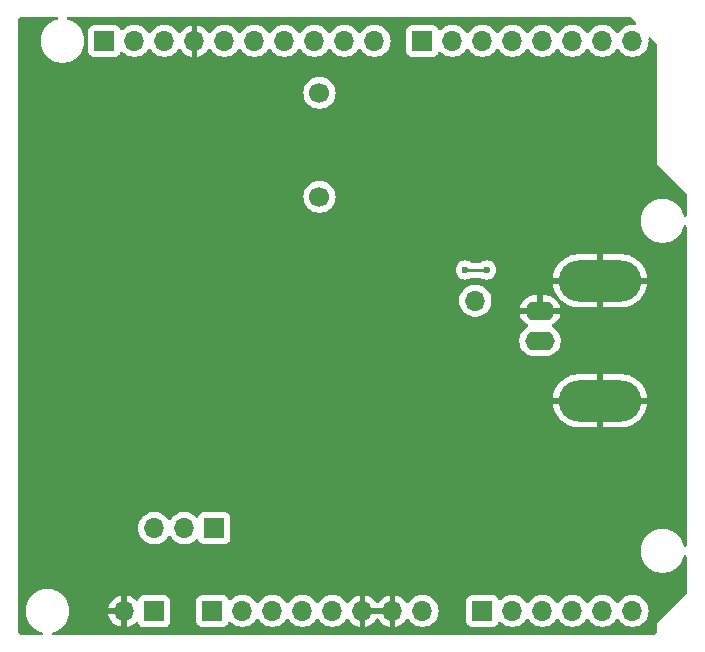
<source format=gbl>
G04 #@! TF.GenerationSoftware,KiCad,Pcbnew,8.0.6*
G04 #@! TF.CreationDate,2024-12-04T19:19:15+01:00*
G04 #@! TF.ProjectId,Shield_Frequency_meter_STM32,53686965-6c64-45f4-9672-657175656e63,rev?*
G04 #@! TF.SameCoordinates,Original*
G04 #@! TF.FileFunction,Copper,L2,Bot*
G04 #@! TF.FilePolarity,Positive*
%FSLAX46Y46*%
G04 Gerber Fmt 4.6, Leading zero omitted, Abs format (unit mm)*
G04 Created by KiCad (PCBNEW 8.0.6) date 2024-12-04 19:19:15*
%MOMM*%
%LPD*%
G01*
G04 APERTURE LIST*
G04 #@! TA.AperFunction,ComponentPad*
%ADD10R,1.700000X1.700000*%
G04 #@! TD*
G04 #@! TA.AperFunction,ComponentPad*
%ADD11O,1.700000X1.700000*%
G04 #@! TD*
G04 #@! TA.AperFunction,ComponentPad*
%ADD12C,1.700000*%
G04 #@! TD*
G04 #@! TA.AperFunction,ComponentPad*
%ADD13O,2.500000X1.600000*%
G04 #@! TD*
G04 #@! TA.AperFunction,ComponentPad*
%ADD14O,7.000000X3.500000*%
G04 #@! TD*
G04 #@! TA.AperFunction,ViaPad*
%ADD15C,0.600000*%
G04 #@! TD*
G04 #@! TA.AperFunction,Conductor*
%ADD16C,0.254000*%
G04 #@! TD*
G04 APERTURE END LIST*
D10*
X127940000Y-97460000D03*
D11*
X130480000Y-97460000D03*
X133020000Y-97460000D03*
X135560000Y-97460000D03*
X138100000Y-97460000D03*
X140640000Y-97460000D03*
X143180000Y-97460000D03*
X145720000Y-97460000D03*
D10*
X150800000Y-97460000D03*
D11*
X153340000Y-97460000D03*
X155880000Y-97460000D03*
X158420000Y-97460000D03*
X160960000Y-97460000D03*
X163500000Y-97460000D03*
D10*
X118796000Y-49200000D03*
D11*
X121336000Y-49200000D03*
X123876000Y-49200000D03*
X126416000Y-49200000D03*
X128956000Y-49200000D03*
X131496000Y-49200000D03*
X134036000Y-49200000D03*
X136576000Y-49200000D03*
X139116000Y-49200000D03*
X141656000Y-49200000D03*
D10*
X145720000Y-49200000D03*
D11*
X148260000Y-49200000D03*
X150800000Y-49200000D03*
X153340000Y-49200000D03*
X155880000Y-49200000D03*
X158420000Y-49200000D03*
X160960000Y-49200000D03*
X163500000Y-49200000D03*
D10*
X123000000Y-97500000D03*
D11*
X120460000Y-97500000D03*
D12*
X137000000Y-53600000D03*
D11*
X150200000Y-71200000D03*
D10*
X128100000Y-90450000D03*
D11*
X125560000Y-90450000D03*
X123020000Y-90450000D03*
D13*
X155670000Y-74580000D03*
D14*
X160750000Y-69500000D03*
D13*
X155670000Y-72040000D03*
D14*
X160750000Y-79660000D03*
D12*
X137000000Y-62400000D03*
D15*
X144050000Y-81000000D03*
X133700000Y-87650000D03*
X142850000Y-86550000D03*
X146550000Y-57650000D03*
X153100000Y-59800000D03*
X151200000Y-57150000D03*
X142950000Y-71350000D03*
X149350000Y-68600000D03*
X151150000Y-68600000D03*
D16*
X149350000Y-68600000D02*
X151150000Y-68600000D01*
G04 #@! TA.AperFunction,Conductor*
G36*
X142714075Y-97267007D02*
G01*
X142680000Y-97394174D01*
X142680000Y-97525826D01*
X142714075Y-97652993D01*
X142746988Y-97710000D01*
X141073012Y-97710000D01*
X141105925Y-97652993D01*
X141140000Y-97525826D01*
X141140000Y-97394174D01*
X141105925Y-97267007D01*
X141073012Y-97210000D01*
X142746988Y-97210000D01*
X142714075Y-97267007D01*
G37*
G04 #@! TD.AperFunction*
G04 #@! TA.AperFunction,Conductor*
G36*
X114826900Y-47180185D02*
G01*
X114872655Y-47232989D01*
X114882599Y-47302147D01*
X114853574Y-47365703D01*
X114794796Y-47403477D01*
X114791999Y-47404262D01*
X114725803Y-47422000D01*
X114643895Y-47443947D01*
X114419794Y-47536773D01*
X114419785Y-47536777D01*
X114209706Y-47658067D01*
X114017263Y-47805733D01*
X114017256Y-47805739D01*
X113845739Y-47977256D01*
X113845733Y-47977263D01*
X113698067Y-48169706D01*
X113576777Y-48379785D01*
X113576773Y-48379794D01*
X113483947Y-48603895D01*
X113421161Y-48838214D01*
X113389500Y-49078711D01*
X113389500Y-49321288D01*
X113421161Y-49561785D01*
X113483947Y-49796104D01*
X113576773Y-50020205D01*
X113576777Y-50020214D01*
X113586623Y-50037268D01*
X113698064Y-50230289D01*
X113698066Y-50230292D01*
X113698067Y-50230293D01*
X113845733Y-50422736D01*
X113845739Y-50422743D01*
X114017256Y-50594260D01*
X114017262Y-50594265D01*
X114209711Y-50741936D01*
X114419788Y-50863224D01*
X114643900Y-50956054D01*
X114878211Y-51018838D01*
X115058586Y-51042584D01*
X115118711Y-51050500D01*
X115118712Y-51050500D01*
X115361289Y-51050500D01*
X115409388Y-51044167D01*
X115601789Y-51018838D01*
X115836100Y-50956054D01*
X116060212Y-50863224D01*
X116270289Y-50741936D01*
X116462738Y-50594265D01*
X116634265Y-50422738D01*
X116781936Y-50230289D01*
X116903224Y-50020212D01*
X116996054Y-49796100D01*
X117058838Y-49561789D01*
X117090500Y-49321288D01*
X117090500Y-49078712D01*
X117058838Y-48838211D01*
X116996054Y-48603900D01*
X116903224Y-48379788D01*
X116857935Y-48301345D01*
X117437500Y-48301345D01*
X117437500Y-50098654D01*
X117444011Y-50159202D01*
X117444011Y-50159204D01*
X117495111Y-50296204D01*
X117582739Y-50413261D01*
X117699796Y-50500889D01*
X117836799Y-50551989D01*
X117864050Y-50554918D01*
X117897345Y-50558499D01*
X117897362Y-50558500D01*
X119694638Y-50558500D01*
X119694654Y-50558499D01*
X119721692Y-50555591D01*
X119755201Y-50551989D01*
X119892204Y-50500889D01*
X120009261Y-50413261D01*
X120096889Y-50296204D01*
X120142138Y-50174887D01*
X120184009Y-50118956D01*
X120249474Y-50094539D01*
X120317746Y-50109391D01*
X120349545Y-50134236D01*
X120412760Y-50202906D01*
X120590424Y-50341189D01*
X120590425Y-50341189D01*
X120590427Y-50341191D01*
X120650314Y-50373600D01*
X120788426Y-50448342D01*
X121001365Y-50521444D01*
X121223431Y-50558500D01*
X121448569Y-50558500D01*
X121670635Y-50521444D01*
X121883574Y-50448342D01*
X122081576Y-50341189D01*
X122259240Y-50202906D01*
X122380594Y-50071082D01*
X122411715Y-50037276D01*
X122411715Y-50037275D01*
X122411722Y-50037268D01*
X122502193Y-49898790D01*
X122555338Y-49853437D01*
X122624569Y-49844013D01*
X122687905Y-49873515D01*
X122709804Y-49898787D01*
X122800278Y-50037268D01*
X122800283Y-50037273D01*
X122800284Y-50037276D01*
X122926968Y-50174889D01*
X122952760Y-50202906D01*
X123130424Y-50341189D01*
X123130425Y-50341189D01*
X123130427Y-50341191D01*
X123190314Y-50373600D01*
X123328426Y-50448342D01*
X123541365Y-50521444D01*
X123763431Y-50558500D01*
X123988569Y-50558500D01*
X124210635Y-50521444D01*
X124423574Y-50448342D01*
X124621576Y-50341189D01*
X124799240Y-50202906D01*
X124920594Y-50071082D01*
X124951715Y-50037276D01*
X124951715Y-50037275D01*
X124951722Y-50037268D01*
X125045749Y-49893347D01*
X125098894Y-49847994D01*
X125168125Y-49838570D01*
X125231461Y-49868072D01*
X125251130Y-49890048D01*
X125377890Y-50071078D01*
X125544917Y-50238105D01*
X125738421Y-50373600D01*
X125952507Y-50473429D01*
X125952516Y-50473433D01*
X126166000Y-50530634D01*
X126166000Y-49633012D01*
X126223007Y-49665925D01*
X126350174Y-49700000D01*
X126481826Y-49700000D01*
X126608993Y-49665925D01*
X126666000Y-49633012D01*
X126666000Y-50530633D01*
X126879483Y-50473433D01*
X126879492Y-50473429D01*
X127093578Y-50373600D01*
X127287082Y-50238105D01*
X127454105Y-50071082D01*
X127580868Y-49890048D01*
X127635445Y-49846423D01*
X127704944Y-49839231D01*
X127767298Y-49870753D01*
X127786251Y-49893350D01*
X127880276Y-50037265D01*
X127880284Y-50037276D01*
X128006968Y-50174889D01*
X128032760Y-50202906D01*
X128210424Y-50341189D01*
X128210425Y-50341189D01*
X128210427Y-50341191D01*
X128270314Y-50373600D01*
X128408426Y-50448342D01*
X128621365Y-50521444D01*
X128843431Y-50558500D01*
X129068569Y-50558500D01*
X129290635Y-50521444D01*
X129503574Y-50448342D01*
X129701576Y-50341189D01*
X129879240Y-50202906D01*
X130000594Y-50071082D01*
X130031715Y-50037276D01*
X130031715Y-50037275D01*
X130031722Y-50037268D01*
X130122193Y-49898790D01*
X130175338Y-49853437D01*
X130244569Y-49844013D01*
X130307905Y-49873515D01*
X130329804Y-49898787D01*
X130420278Y-50037268D01*
X130420283Y-50037273D01*
X130420284Y-50037276D01*
X130546968Y-50174889D01*
X130572760Y-50202906D01*
X130750424Y-50341189D01*
X130750425Y-50341189D01*
X130750427Y-50341191D01*
X130810314Y-50373600D01*
X130948426Y-50448342D01*
X131161365Y-50521444D01*
X131383431Y-50558500D01*
X131608569Y-50558500D01*
X131830635Y-50521444D01*
X132043574Y-50448342D01*
X132241576Y-50341189D01*
X132419240Y-50202906D01*
X132540594Y-50071082D01*
X132571715Y-50037276D01*
X132571715Y-50037275D01*
X132571722Y-50037268D01*
X132662193Y-49898790D01*
X132715338Y-49853437D01*
X132784569Y-49844013D01*
X132847905Y-49873515D01*
X132869804Y-49898787D01*
X132960278Y-50037268D01*
X132960283Y-50037273D01*
X132960284Y-50037276D01*
X133086968Y-50174889D01*
X133112760Y-50202906D01*
X133290424Y-50341189D01*
X133290425Y-50341189D01*
X133290427Y-50341191D01*
X133350314Y-50373600D01*
X133488426Y-50448342D01*
X133701365Y-50521444D01*
X133923431Y-50558500D01*
X134148569Y-50558500D01*
X134370635Y-50521444D01*
X134583574Y-50448342D01*
X134781576Y-50341189D01*
X134959240Y-50202906D01*
X135080594Y-50071082D01*
X135111715Y-50037276D01*
X135111715Y-50037275D01*
X135111722Y-50037268D01*
X135202193Y-49898790D01*
X135255338Y-49853437D01*
X135324569Y-49844013D01*
X135387905Y-49873515D01*
X135409804Y-49898787D01*
X135500278Y-50037268D01*
X135500283Y-50037273D01*
X135500284Y-50037276D01*
X135626968Y-50174889D01*
X135652760Y-50202906D01*
X135830424Y-50341189D01*
X135830425Y-50341189D01*
X135830427Y-50341191D01*
X135890314Y-50373600D01*
X136028426Y-50448342D01*
X136241365Y-50521444D01*
X136463431Y-50558500D01*
X136688569Y-50558500D01*
X136910635Y-50521444D01*
X137123574Y-50448342D01*
X137321576Y-50341189D01*
X137499240Y-50202906D01*
X137620594Y-50071082D01*
X137651715Y-50037276D01*
X137651715Y-50037275D01*
X137651722Y-50037268D01*
X137742193Y-49898790D01*
X137795338Y-49853437D01*
X137864569Y-49844013D01*
X137927905Y-49873515D01*
X137949804Y-49898787D01*
X138040278Y-50037268D01*
X138040283Y-50037273D01*
X138040284Y-50037276D01*
X138166968Y-50174889D01*
X138192760Y-50202906D01*
X138370424Y-50341189D01*
X138370425Y-50341189D01*
X138370427Y-50341191D01*
X138430314Y-50373600D01*
X138568426Y-50448342D01*
X138781365Y-50521444D01*
X139003431Y-50558500D01*
X139228569Y-50558500D01*
X139450635Y-50521444D01*
X139663574Y-50448342D01*
X139861576Y-50341189D01*
X140039240Y-50202906D01*
X140160594Y-50071082D01*
X140191715Y-50037276D01*
X140191715Y-50037275D01*
X140191722Y-50037268D01*
X140282193Y-49898790D01*
X140335338Y-49853437D01*
X140404569Y-49844013D01*
X140467905Y-49873515D01*
X140489804Y-49898787D01*
X140580278Y-50037268D01*
X140580283Y-50037273D01*
X140580284Y-50037276D01*
X140706968Y-50174889D01*
X140732760Y-50202906D01*
X140910424Y-50341189D01*
X140910425Y-50341189D01*
X140910427Y-50341191D01*
X140970314Y-50373600D01*
X141108426Y-50448342D01*
X141321365Y-50521444D01*
X141543431Y-50558500D01*
X141768569Y-50558500D01*
X141990635Y-50521444D01*
X142203574Y-50448342D01*
X142401576Y-50341189D01*
X142579240Y-50202906D01*
X142700594Y-50071082D01*
X142731715Y-50037276D01*
X142731717Y-50037273D01*
X142731722Y-50037268D01*
X142854860Y-49848791D01*
X142945296Y-49642616D01*
X143000564Y-49424368D01*
X143009106Y-49321288D01*
X143019156Y-49200005D01*
X143019156Y-49199994D01*
X143000565Y-48975640D01*
X143000563Y-48975628D01*
X142988447Y-48927784D01*
X142945296Y-48757384D01*
X142854860Y-48551209D01*
X142838706Y-48526484D01*
X142731723Y-48362734D01*
X142731715Y-48362723D01*
X142579243Y-48197097D01*
X142579238Y-48197092D01*
X142401577Y-48058812D01*
X142401572Y-48058808D01*
X142203580Y-47951661D01*
X142203577Y-47951659D01*
X142203574Y-47951658D01*
X142203571Y-47951657D01*
X142203569Y-47951656D01*
X141990637Y-47878556D01*
X141768569Y-47841500D01*
X141543431Y-47841500D01*
X141321362Y-47878556D01*
X141108430Y-47951656D01*
X141108419Y-47951661D01*
X140910427Y-48058808D01*
X140910422Y-48058812D01*
X140732761Y-48197092D01*
X140732756Y-48197097D01*
X140580284Y-48362723D01*
X140580276Y-48362734D01*
X140489808Y-48501206D01*
X140436662Y-48546562D01*
X140367431Y-48555986D01*
X140304095Y-48526484D01*
X140282192Y-48501206D01*
X140191723Y-48362734D01*
X140191715Y-48362723D01*
X140039243Y-48197097D01*
X140039238Y-48197092D01*
X139861577Y-48058812D01*
X139861572Y-48058808D01*
X139663580Y-47951661D01*
X139663577Y-47951659D01*
X139663574Y-47951658D01*
X139663571Y-47951657D01*
X139663569Y-47951656D01*
X139450637Y-47878556D01*
X139228569Y-47841500D01*
X139003431Y-47841500D01*
X138781362Y-47878556D01*
X138568430Y-47951656D01*
X138568419Y-47951661D01*
X138370427Y-48058808D01*
X138370422Y-48058812D01*
X138192761Y-48197092D01*
X138192756Y-48197097D01*
X138040284Y-48362723D01*
X138040276Y-48362734D01*
X137949808Y-48501206D01*
X137896662Y-48546562D01*
X137827431Y-48555986D01*
X137764095Y-48526484D01*
X137742192Y-48501206D01*
X137651723Y-48362734D01*
X137651715Y-48362723D01*
X137499243Y-48197097D01*
X137499238Y-48197092D01*
X137321577Y-48058812D01*
X137321572Y-48058808D01*
X137123580Y-47951661D01*
X137123577Y-47951659D01*
X137123574Y-47951658D01*
X137123571Y-47951657D01*
X137123569Y-47951656D01*
X136910637Y-47878556D01*
X136688569Y-47841500D01*
X136463431Y-47841500D01*
X136241362Y-47878556D01*
X136028430Y-47951656D01*
X136028419Y-47951661D01*
X135830427Y-48058808D01*
X135830422Y-48058812D01*
X135652761Y-48197092D01*
X135652756Y-48197097D01*
X135500284Y-48362723D01*
X135500276Y-48362734D01*
X135409808Y-48501206D01*
X135356662Y-48546562D01*
X135287431Y-48555986D01*
X135224095Y-48526484D01*
X135202192Y-48501206D01*
X135111723Y-48362734D01*
X135111715Y-48362723D01*
X134959243Y-48197097D01*
X134959238Y-48197092D01*
X134781577Y-48058812D01*
X134781572Y-48058808D01*
X134583580Y-47951661D01*
X134583577Y-47951659D01*
X134583574Y-47951658D01*
X134583571Y-47951657D01*
X134583569Y-47951656D01*
X134370637Y-47878556D01*
X134148569Y-47841500D01*
X133923431Y-47841500D01*
X133701362Y-47878556D01*
X133488430Y-47951656D01*
X133488419Y-47951661D01*
X133290427Y-48058808D01*
X133290422Y-48058812D01*
X133112761Y-48197092D01*
X133112756Y-48197097D01*
X132960284Y-48362723D01*
X132960276Y-48362734D01*
X132869808Y-48501206D01*
X132816662Y-48546562D01*
X132747431Y-48555986D01*
X132684095Y-48526484D01*
X132662192Y-48501206D01*
X132571723Y-48362734D01*
X132571715Y-48362723D01*
X132419243Y-48197097D01*
X132419238Y-48197092D01*
X132241577Y-48058812D01*
X132241572Y-48058808D01*
X132043580Y-47951661D01*
X132043577Y-47951659D01*
X132043574Y-47951658D01*
X132043571Y-47951657D01*
X132043569Y-47951656D01*
X131830637Y-47878556D01*
X131608569Y-47841500D01*
X131383431Y-47841500D01*
X131161362Y-47878556D01*
X130948430Y-47951656D01*
X130948419Y-47951661D01*
X130750427Y-48058808D01*
X130750422Y-48058812D01*
X130572761Y-48197092D01*
X130572756Y-48197097D01*
X130420284Y-48362723D01*
X130420276Y-48362734D01*
X130329808Y-48501206D01*
X130276662Y-48546562D01*
X130207431Y-48555986D01*
X130144095Y-48526484D01*
X130122192Y-48501206D01*
X130031723Y-48362734D01*
X130031715Y-48362723D01*
X129879243Y-48197097D01*
X129879238Y-48197092D01*
X129701577Y-48058812D01*
X129701572Y-48058808D01*
X129503580Y-47951661D01*
X129503577Y-47951659D01*
X129503574Y-47951658D01*
X129503571Y-47951657D01*
X129503569Y-47951656D01*
X129290637Y-47878556D01*
X129068569Y-47841500D01*
X128843431Y-47841500D01*
X128621362Y-47878556D01*
X128408430Y-47951656D01*
X128408419Y-47951661D01*
X128210427Y-48058808D01*
X128210422Y-48058812D01*
X128032761Y-48197092D01*
X128032756Y-48197097D01*
X127880284Y-48362723D01*
X127880276Y-48362734D01*
X127786251Y-48506650D01*
X127733105Y-48552007D01*
X127663873Y-48561430D01*
X127600538Y-48531928D01*
X127580868Y-48509951D01*
X127454113Y-48328926D01*
X127454108Y-48328920D01*
X127287082Y-48161894D01*
X127093578Y-48026399D01*
X126879492Y-47926570D01*
X126879486Y-47926567D01*
X126666000Y-47869364D01*
X126666000Y-48766988D01*
X126608993Y-48734075D01*
X126481826Y-48700000D01*
X126350174Y-48700000D01*
X126223007Y-48734075D01*
X126166000Y-48766988D01*
X126166000Y-47869364D01*
X126165999Y-47869364D01*
X125952513Y-47926567D01*
X125952507Y-47926570D01*
X125738422Y-48026399D01*
X125738420Y-48026400D01*
X125544926Y-48161886D01*
X125544920Y-48161891D01*
X125377891Y-48328920D01*
X125377890Y-48328922D01*
X125251131Y-48509952D01*
X125196554Y-48553577D01*
X125127055Y-48560769D01*
X125064701Y-48529247D01*
X125045752Y-48506656D01*
X124951722Y-48362732D01*
X124951715Y-48362725D01*
X124951715Y-48362723D01*
X124799243Y-48197097D01*
X124799238Y-48197092D01*
X124621577Y-48058812D01*
X124621572Y-48058808D01*
X124423580Y-47951661D01*
X124423577Y-47951659D01*
X124423574Y-47951658D01*
X124423571Y-47951657D01*
X124423569Y-47951656D01*
X124210637Y-47878556D01*
X123988569Y-47841500D01*
X123763431Y-47841500D01*
X123541362Y-47878556D01*
X123328430Y-47951656D01*
X123328419Y-47951661D01*
X123130427Y-48058808D01*
X123130422Y-48058812D01*
X122952761Y-48197092D01*
X122952756Y-48197097D01*
X122800284Y-48362723D01*
X122800276Y-48362734D01*
X122709808Y-48501206D01*
X122656662Y-48546562D01*
X122587431Y-48555986D01*
X122524095Y-48526484D01*
X122502192Y-48501206D01*
X122411723Y-48362734D01*
X122411715Y-48362723D01*
X122259243Y-48197097D01*
X122259238Y-48197092D01*
X122081577Y-48058812D01*
X122081572Y-48058808D01*
X121883580Y-47951661D01*
X121883577Y-47951659D01*
X121883574Y-47951658D01*
X121883571Y-47951657D01*
X121883569Y-47951656D01*
X121670637Y-47878556D01*
X121448569Y-47841500D01*
X121223431Y-47841500D01*
X121001362Y-47878556D01*
X120788430Y-47951656D01*
X120788419Y-47951661D01*
X120590427Y-48058808D01*
X120590422Y-48058812D01*
X120412761Y-48197092D01*
X120349548Y-48265760D01*
X120289661Y-48301750D01*
X120219823Y-48299649D01*
X120162207Y-48260124D01*
X120142138Y-48225110D01*
X120096889Y-48103796D01*
X120063214Y-48058812D01*
X120009261Y-47986739D01*
X119892204Y-47899111D01*
X119755203Y-47848011D01*
X119694654Y-47841500D01*
X119694638Y-47841500D01*
X117897362Y-47841500D01*
X117897345Y-47841500D01*
X117836797Y-47848011D01*
X117836795Y-47848011D01*
X117699795Y-47899111D01*
X117582739Y-47986739D01*
X117495111Y-48103795D01*
X117444011Y-48240795D01*
X117444011Y-48240797D01*
X117437500Y-48301345D01*
X116857935Y-48301345D01*
X116781936Y-48169711D01*
X116634265Y-47977262D01*
X116634260Y-47977256D01*
X116462743Y-47805739D01*
X116462736Y-47805733D01*
X116270293Y-47658067D01*
X116270292Y-47658066D01*
X116270289Y-47658064D01*
X116060212Y-47536776D01*
X116060205Y-47536773D01*
X115836104Y-47443947D01*
X115790610Y-47431757D01*
X115688043Y-47404273D01*
X115628385Y-47367910D01*
X115597856Y-47305063D01*
X115606151Y-47235687D01*
X115650636Y-47181809D01*
X115717188Y-47160535D01*
X115720139Y-47160500D01*
X163241324Y-47160500D01*
X163308363Y-47180185D01*
X163329005Y-47196819D01*
X163772315Y-47640129D01*
X163805800Y-47701452D01*
X163800816Y-47771144D01*
X163758944Y-47827077D01*
X163693480Y-47851494D01*
X163664226Y-47850119D01*
X163612570Y-47841500D01*
X163612569Y-47841500D01*
X163387431Y-47841500D01*
X163165362Y-47878556D01*
X162952430Y-47951656D01*
X162952419Y-47951661D01*
X162754427Y-48058808D01*
X162754422Y-48058812D01*
X162576761Y-48197092D01*
X162576756Y-48197097D01*
X162424284Y-48362723D01*
X162424276Y-48362734D01*
X162333808Y-48501206D01*
X162280662Y-48546562D01*
X162211431Y-48555986D01*
X162148095Y-48526484D01*
X162126192Y-48501206D01*
X162035723Y-48362734D01*
X162035715Y-48362723D01*
X161883243Y-48197097D01*
X161883238Y-48197092D01*
X161705577Y-48058812D01*
X161705572Y-48058808D01*
X161507580Y-47951661D01*
X161507577Y-47951659D01*
X161507574Y-47951658D01*
X161507571Y-47951657D01*
X161507569Y-47951656D01*
X161294637Y-47878556D01*
X161072569Y-47841500D01*
X160847431Y-47841500D01*
X160625362Y-47878556D01*
X160412430Y-47951656D01*
X160412419Y-47951661D01*
X160214427Y-48058808D01*
X160214422Y-48058812D01*
X160036761Y-48197092D01*
X160036756Y-48197097D01*
X159884284Y-48362723D01*
X159884276Y-48362734D01*
X159793808Y-48501206D01*
X159740662Y-48546562D01*
X159671431Y-48555986D01*
X159608095Y-48526484D01*
X159586192Y-48501206D01*
X159495723Y-48362734D01*
X159495715Y-48362723D01*
X159343243Y-48197097D01*
X159343238Y-48197092D01*
X159165577Y-48058812D01*
X159165572Y-48058808D01*
X158967580Y-47951661D01*
X158967577Y-47951659D01*
X158967574Y-47951658D01*
X158967571Y-47951657D01*
X158967569Y-47951656D01*
X158754637Y-47878556D01*
X158532569Y-47841500D01*
X158307431Y-47841500D01*
X158085362Y-47878556D01*
X157872430Y-47951656D01*
X157872419Y-47951661D01*
X157674427Y-48058808D01*
X157674422Y-48058812D01*
X157496761Y-48197092D01*
X157496756Y-48197097D01*
X157344284Y-48362723D01*
X157344276Y-48362734D01*
X157253808Y-48501206D01*
X157200662Y-48546562D01*
X157131431Y-48555986D01*
X157068095Y-48526484D01*
X157046192Y-48501206D01*
X156955723Y-48362734D01*
X156955715Y-48362723D01*
X156803243Y-48197097D01*
X156803238Y-48197092D01*
X156625577Y-48058812D01*
X156625572Y-48058808D01*
X156427580Y-47951661D01*
X156427577Y-47951659D01*
X156427574Y-47951658D01*
X156427571Y-47951657D01*
X156427569Y-47951656D01*
X156214637Y-47878556D01*
X155992569Y-47841500D01*
X155767431Y-47841500D01*
X155545362Y-47878556D01*
X155332430Y-47951656D01*
X155332419Y-47951661D01*
X155134427Y-48058808D01*
X155134422Y-48058812D01*
X154956761Y-48197092D01*
X154956756Y-48197097D01*
X154804284Y-48362723D01*
X154804276Y-48362734D01*
X154713808Y-48501206D01*
X154660662Y-48546562D01*
X154591431Y-48555986D01*
X154528095Y-48526484D01*
X154506192Y-48501206D01*
X154415723Y-48362734D01*
X154415715Y-48362723D01*
X154263243Y-48197097D01*
X154263238Y-48197092D01*
X154085577Y-48058812D01*
X154085572Y-48058808D01*
X153887580Y-47951661D01*
X153887577Y-47951659D01*
X153887574Y-47951658D01*
X153887571Y-47951657D01*
X153887569Y-47951656D01*
X153674637Y-47878556D01*
X153452569Y-47841500D01*
X153227431Y-47841500D01*
X153005362Y-47878556D01*
X152792430Y-47951656D01*
X152792419Y-47951661D01*
X152594427Y-48058808D01*
X152594422Y-48058812D01*
X152416761Y-48197092D01*
X152416756Y-48197097D01*
X152264284Y-48362723D01*
X152264276Y-48362734D01*
X152173808Y-48501206D01*
X152120662Y-48546562D01*
X152051431Y-48555986D01*
X151988095Y-48526484D01*
X151966192Y-48501206D01*
X151875723Y-48362734D01*
X151875715Y-48362723D01*
X151723243Y-48197097D01*
X151723238Y-48197092D01*
X151545577Y-48058812D01*
X151545572Y-48058808D01*
X151347580Y-47951661D01*
X151347577Y-47951659D01*
X151347574Y-47951658D01*
X151347571Y-47951657D01*
X151347569Y-47951656D01*
X151134637Y-47878556D01*
X150912569Y-47841500D01*
X150687431Y-47841500D01*
X150465362Y-47878556D01*
X150252430Y-47951656D01*
X150252419Y-47951661D01*
X150054427Y-48058808D01*
X150054422Y-48058812D01*
X149876761Y-48197092D01*
X149876756Y-48197097D01*
X149724284Y-48362723D01*
X149724276Y-48362734D01*
X149633808Y-48501206D01*
X149580662Y-48546562D01*
X149511431Y-48555986D01*
X149448095Y-48526484D01*
X149426192Y-48501206D01*
X149335723Y-48362734D01*
X149335715Y-48362723D01*
X149183243Y-48197097D01*
X149183238Y-48197092D01*
X149005577Y-48058812D01*
X149005572Y-48058808D01*
X148807580Y-47951661D01*
X148807577Y-47951659D01*
X148807574Y-47951658D01*
X148807571Y-47951657D01*
X148807569Y-47951656D01*
X148594637Y-47878556D01*
X148372569Y-47841500D01*
X148147431Y-47841500D01*
X147925362Y-47878556D01*
X147712430Y-47951656D01*
X147712419Y-47951661D01*
X147514427Y-48058808D01*
X147514422Y-48058812D01*
X147336761Y-48197092D01*
X147273548Y-48265760D01*
X147213661Y-48301750D01*
X147143823Y-48299649D01*
X147086207Y-48260124D01*
X147066138Y-48225110D01*
X147020889Y-48103796D01*
X146987214Y-48058812D01*
X146933261Y-47986739D01*
X146816204Y-47899111D01*
X146679203Y-47848011D01*
X146618654Y-47841500D01*
X146618638Y-47841500D01*
X144821362Y-47841500D01*
X144821345Y-47841500D01*
X144760797Y-47848011D01*
X144760795Y-47848011D01*
X144623795Y-47899111D01*
X144506739Y-47986739D01*
X144419111Y-48103795D01*
X144368011Y-48240795D01*
X144368011Y-48240797D01*
X144361500Y-48301345D01*
X144361500Y-50098654D01*
X144368011Y-50159202D01*
X144368011Y-50159204D01*
X144419111Y-50296204D01*
X144506739Y-50413261D01*
X144623796Y-50500889D01*
X144760799Y-50551989D01*
X144788050Y-50554918D01*
X144821345Y-50558499D01*
X144821362Y-50558500D01*
X146618638Y-50558500D01*
X146618654Y-50558499D01*
X146645692Y-50555591D01*
X146679201Y-50551989D01*
X146816204Y-50500889D01*
X146933261Y-50413261D01*
X147020889Y-50296204D01*
X147066138Y-50174887D01*
X147108009Y-50118956D01*
X147173474Y-50094539D01*
X147241746Y-50109391D01*
X147273545Y-50134236D01*
X147336760Y-50202906D01*
X147514424Y-50341189D01*
X147514425Y-50341189D01*
X147514427Y-50341191D01*
X147574314Y-50373600D01*
X147712426Y-50448342D01*
X147925365Y-50521444D01*
X148147431Y-50558500D01*
X148372569Y-50558500D01*
X148594635Y-50521444D01*
X148807574Y-50448342D01*
X149005576Y-50341189D01*
X149183240Y-50202906D01*
X149304594Y-50071082D01*
X149335715Y-50037276D01*
X149335715Y-50037275D01*
X149335722Y-50037268D01*
X149426193Y-49898790D01*
X149479338Y-49853437D01*
X149548569Y-49844013D01*
X149611905Y-49873515D01*
X149633804Y-49898787D01*
X149724278Y-50037268D01*
X149724283Y-50037273D01*
X149724284Y-50037276D01*
X149850968Y-50174889D01*
X149876760Y-50202906D01*
X150054424Y-50341189D01*
X150054425Y-50341189D01*
X150054427Y-50341191D01*
X150114314Y-50373600D01*
X150252426Y-50448342D01*
X150465365Y-50521444D01*
X150687431Y-50558500D01*
X150912569Y-50558500D01*
X151134635Y-50521444D01*
X151347574Y-50448342D01*
X151545576Y-50341189D01*
X151723240Y-50202906D01*
X151844594Y-50071082D01*
X151875715Y-50037276D01*
X151875715Y-50037275D01*
X151875722Y-50037268D01*
X151966193Y-49898790D01*
X152019338Y-49853437D01*
X152088569Y-49844013D01*
X152151905Y-49873515D01*
X152173804Y-49898787D01*
X152264278Y-50037268D01*
X152264283Y-50037273D01*
X152264284Y-50037276D01*
X152390968Y-50174889D01*
X152416760Y-50202906D01*
X152594424Y-50341189D01*
X152594425Y-50341189D01*
X152594427Y-50341191D01*
X152654314Y-50373600D01*
X152792426Y-50448342D01*
X153005365Y-50521444D01*
X153227431Y-50558500D01*
X153452569Y-50558500D01*
X153674635Y-50521444D01*
X153887574Y-50448342D01*
X154085576Y-50341189D01*
X154263240Y-50202906D01*
X154384594Y-50071082D01*
X154415715Y-50037276D01*
X154415715Y-50037275D01*
X154415722Y-50037268D01*
X154506193Y-49898790D01*
X154559338Y-49853437D01*
X154628569Y-49844013D01*
X154691905Y-49873515D01*
X154713804Y-49898787D01*
X154804278Y-50037268D01*
X154804283Y-50037273D01*
X154804284Y-50037276D01*
X154930968Y-50174889D01*
X154956760Y-50202906D01*
X155134424Y-50341189D01*
X155134425Y-50341189D01*
X155134427Y-50341191D01*
X155194314Y-50373600D01*
X155332426Y-50448342D01*
X155545365Y-50521444D01*
X155767431Y-50558500D01*
X155992569Y-50558500D01*
X156214635Y-50521444D01*
X156427574Y-50448342D01*
X156625576Y-50341189D01*
X156803240Y-50202906D01*
X156924594Y-50071082D01*
X156955715Y-50037276D01*
X156955715Y-50037275D01*
X156955722Y-50037268D01*
X157046193Y-49898790D01*
X157099338Y-49853437D01*
X157168569Y-49844013D01*
X157231905Y-49873515D01*
X157253804Y-49898787D01*
X157344278Y-50037268D01*
X157344283Y-50037273D01*
X157344284Y-50037276D01*
X157470968Y-50174889D01*
X157496760Y-50202906D01*
X157674424Y-50341189D01*
X157674425Y-50341189D01*
X157674427Y-50341191D01*
X157734314Y-50373600D01*
X157872426Y-50448342D01*
X158085365Y-50521444D01*
X158307431Y-50558500D01*
X158532569Y-50558500D01*
X158754635Y-50521444D01*
X158967574Y-50448342D01*
X159165576Y-50341189D01*
X159343240Y-50202906D01*
X159464594Y-50071082D01*
X159495715Y-50037276D01*
X159495715Y-50037275D01*
X159495722Y-50037268D01*
X159586193Y-49898790D01*
X159639338Y-49853437D01*
X159708569Y-49844013D01*
X159771905Y-49873515D01*
X159793804Y-49898787D01*
X159884278Y-50037268D01*
X159884283Y-50037273D01*
X159884284Y-50037276D01*
X160010968Y-50174889D01*
X160036760Y-50202906D01*
X160214424Y-50341189D01*
X160214425Y-50341189D01*
X160214427Y-50341191D01*
X160274314Y-50373600D01*
X160412426Y-50448342D01*
X160625365Y-50521444D01*
X160847431Y-50558500D01*
X161072569Y-50558500D01*
X161294635Y-50521444D01*
X161507574Y-50448342D01*
X161705576Y-50341189D01*
X161883240Y-50202906D01*
X162004594Y-50071082D01*
X162035715Y-50037276D01*
X162035715Y-50037275D01*
X162035722Y-50037268D01*
X162126193Y-49898790D01*
X162179338Y-49853437D01*
X162248569Y-49844013D01*
X162311905Y-49873515D01*
X162333804Y-49898787D01*
X162424278Y-50037268D01*
X162424283Y-50037273D01*
X162424284Y-50037276D01*
X162550968Y-50174889D01*
X162576760Y-50202906D01*
X162754424Y-50341189D01*
X162754425Y-50341189D01*
X162754427Y-50341191D01*
X162814314Y-50373600D01*
X162952426Y-50448342D01*
X163165365Y-50521444D01*
X163387431Y-50558500D01*
X163612569Y-50558500D01*
X163834635Y-50521444D01*
X164047574Y-50448342D01*
X164245576Y-50341189D01*
X164423240Y-50202906D01*
X164544594Y-50071082D01*
X164575715Y-50037276D01*
X164575717Y-50037273D01*
X164575722Y-50037268D01*
X164698860Y-49848791D01*
X164789296Y-49642616D01*
X164844564Y-49424368D01*
X164853106Y-49321288D01*
X164863156Y-49200005D01*
X164863156Y-49199995D01*
X164853106Y-49078712D01*
X164848713Y-49025704D01*
X164862793Y-48957269D01*
X164911638Y-48907310D01*
X164979739Y-48891689D01*
X165045475Y-48915366D01*
X165059970Y-48927784D01*
X165503181Y-49370995D01*
X165536666Y-49432318D01*
X165539500Y-49458676D01*
X165539500Y-59425891D01*
X165573608Y-59553187D01*
X165606554Y-59610250D01*
X165639500Y-59667314D01*
X165639502Y-59667316D01*
X168043181Y-62070995D01*
X168076666Y-62132318D01*
X168079500Y-62158676D01*
X168079500Y-63959860D01*
X168059815Y-64026899D01*
X168007011Y-64072654D01*
X167937853Y-64082598D01*
X167874297Y-64053573D01*
X167836523Y-63994795D01*
X167835725Y-63991954D01*
X167796054Y-63843900D01*
X167703224Y-63619788D01*
X167581936Y-63409711D01*
X167434265Y-63217262D01*
X167434260Y-63217256D01*
X167262743Y-63045739D01*
X167262736Y-63045733D01*
X167070293Y-62898067D01*
X167070292Y-62898066D01*
X167070289Y-62898064D01*
X166860212Y-62776776D01*
X166860205Y-62776773D01*
X166636104Y-62683947D01*
X166401785Y-62621161D01*
X166161289Y-62589500D01*
X166161288Y-62589500D01*
X165918712Y-62589500D01*
X165918711Y-62589500D01*
X165678214Y-62621161D01*
X165443895Y-62683947D01*
X165219794Y-62776773D01*
X165219785Y-62776777D01*
X165009706Y-62898067D01*
X164817263Y-63045733D01*
X164817256Y-63045739D01*
X164645739Y-63217256D01*
X164645733Y-63217263D01*
X164498067Y-63409706D01*
X164376777Y-63619785D01*
X164376773Y-63619794D01*
X164283947Y-63843895D01*
X164221161Y-64078214D01*
X164189500Y-64318711D01*
X164189500Y-64561288D01*
X164221161Y-64801785D01*
X164283947Y-65036104D01*
X164376773Y-65260205D01*
X164376776Y-65260212D01*
X164498064Y-65470289D01*
X164498066Y-65470292D01*
X164498067Y-65470293D01*
X164645733Y-65662736D01*
X164645739Y-65662743D01*
X164817256Y-65834260D01*
X164817262Y-65834265D01*
X165009711Y-65981936D01*
X165219788Y-66103224D01*
X165443900Y-66196054D01*
X165678211Y-66258838D01*
X165858586Y-66282584D01*
X165918711Y-66290500D01*
X165918712Y-66290500D01*
X166161289Y-66290500D01*
X166209388Y-66284167D01*
X166401789Y-66258838D01*
X166636100Y-66196054D01*
X166860212Y-66103224D01*
X167070289Y-65981936D01*
X167262738Y-65834265D01*
X167434265Y-65662738D01*
X167581936Y-65470289D01*
X167703224Y-65260212D01*
X167796054Y-65036100D01*
X167835726Y-64888043D01*
X167872090Y-64828385D01*
X167934937Y-64797856D01*
X168004313Y-64806151D01*
X168058191Y-64850636D01*
X168079465Y-64917188D01*
X168079500Y-64920139D01*
X168079500Y-91899860D01*
X168059815Y-91966899D01*
X168007011Y-92012654D01*
X167937853Y-92022598D01*
X167874297Y-91993573D01*
X167836523Y-91934795D01*
X167835725Y-91931954D01*
X167796054Y-91783900D01*
X167703224Y-91559788D01*
X167581936Y-91349711D01*
X167434265Y-91157262D01*
X167434260Y-91157256D01*
X167262743Y-90985739D01*
X167262736Y-90985733D01*
X167070293Y-90838067D01*
X167070292Y-90838066D01*
X167070289Y-90838064D01*
X166860212Y-90716776D01*
X166860205Y-90716773D01*
X166636104Y-90623947D01*
X166401785Y-90561161D01*
X166161289Y-90529500D01*
X166161288Y-90529500D01*
X165918712Y-90529500D01*
X165918711Y-90529500D01*
X165678214Y-90561161D01*
X165443895Y-90623947D01*
X165219794Y-90716773D01*
X165219785Y-90716777D01*
X165009706Y-90838067D01*
X164817263Y-90985733D01*
X164817256Y-90985739D01*
X164645739Y-91157256D01*
X164645733Y-91157263D01*
X164498067Y-91349706D01*
X164376777Y-91559785D01*
X164376773Y-91559794D01*
X164283947Y-91783895D01*
X164221161Y-92018214D01*
X164189500Y-92258711D01*
X164189500Y-92501288D01*
X164221161Y-92741785D01*
X164283947Y-92976104D01*
X164376773Y-93200205D01*
X164376776Y-93200212D01*
X164498064Y-93410289D01*
X164498066Y-93410292D01*
X164498067Y-93410293D01*
X164645733Y-93602736D01*
X164645739Y-93602743D01*
X164817256Y-93774260D01*
X164817262Y-93774265D01*
X165009711Y-93921936D01*
X165219788Y-94043224D01*
X165443900Y-94136054D01*
X165678211Y-94198838D01*
X165858586Y-94222584D01*
X165918711Y-94230500D01*
X165918712Y-94230500D01*
X166161289Y-94230500D01*
X166209388Y-94224167D01*
X166401789Y-94198838D01*
X166636100Y-94136054D01*
X166860212Y-94043224D01*
X167070289Y-93921936D01*
X167262738Y-93774265D01*
X167434265Y-93602738D01*
X167581936Y-93410289D01*
X167703224Y-93200212D01*
X167796054Y-92976100D01*
X167835726Y-92828043D01*
X167872090Y-92768385D01*
X167934937Y-92737856D01*
X168004313Y-92746151D01*
X168058191Y-92790636D01*
X168079465Y-92857188D01*
X168079500Y-92860139D01*
X168079500Y-95931324D01*
X168059815Y-95998363D01*
X168043181Y-96019005D01*
X165639502Y-98422683D01*
X165639500Y-98422686D01*
X165573608Y-98536812D01*
X165539500Y-98664108D01*
X165539500Y-99228242D01*
X165537973Y-99247641D01*
X165529773Y-99299411D01*
X165517785Y-99336307D01*
X165498474Y-99374207D01*
X165475670Y-99405593D01*
X165445593Y-99435670D01*
X165414207Y-99458474D01*
X165376307Y-99477785D01*
X165339411Y-99489773D01*
X165309068Y-99494579D01*
X165287639Y-99497973D01*
X165268243Y-99499500D01*
X114450139Y-99499500D01*
X114383100Y-99479815D01*
X114337345Y-99427011D01*
X114327401Y-99357853D01*
X114356426Y-99294297D01*
X114415204Y-99256523D01*
X114418000Y-99255737D01*
X114566100Y-99216054D01*
X114790212Y-99123224D01*
X115000289Y-99001936D01*
X115192738Y-98854265D01*
X115364265Y-98682738D01*
X115511936Y-98490289D01*
X115633224Y-98280212D01*
X115726054Y-98056100D01*
X115788838Y-97821789D01*
X115820500Y-97581288D01*
X115820500Y-97338712D01*
X115808821Y-97249999D01*
X119129364Y-97249999D01*
X119129364Y-97250000D01*
X120026988Y-97250000D01*
X119994075Y-97307007D01*
X119960000Y-97434174D01*
X119960000Y-97565826D01*
X119994075Y-97692993D01*
X120026988Y-97750000D01*
X119129364Y-97750000D01*
X119186567Y-97963486D01*
X119186570Y-97963492D01*
X119286399Y-98177578D01*
X119421894Y-98371082D01*
X119588917Y-98538105D01*
X119782421Y-98673600D01*
X119996507Y-98773429D01*
X119996516Y-98773433D01*
X120210000Y-98830634D01*
X120210000Y-97933012D01*
X120267007Y-97965925D01*
X120394174Y-98000000D01*
X120525826Y-98000000D01*
X120652993Y-97965925D01*
X120710000Y-97933012D01*
X120710000Y-98830633D01*
X120923483Y-98773433D01*
X120923492Y-98773429D01*
X121137578Y-98673600D01*
X121331078Y-98538108D01*
X121446914Y-98422272D01*
X121508237Y-98388787D01*
X121577929Y-98393771D01*
X121633863Y-98435642D01*
X121650777Y-98466619D01*
X121699110Y-98596203D01*
X121699111Y-98596204D01*
X121786739Y-98713261D01*
X121903796Y-98800889D01*
X122040799Y-98851989D01*
X122068050Y-98854918D01*
X122101345Y-98858499D01*
X122101362Y-98858500D01*
X123898638Y-98858500D01*
X123898654Y-98858499D01*
X123925692Y-98855591D01*
X123959201Y-98851989D01*
X124096204Y-98800889D01*
X124213261Y-98713261D01*
X124300889Y-98596204D01*
X124351989Y-98459201D01*
X124356289Y-98419201D01*
X124358499Y-98398654D01*
X124358500Y-98398637D01*
X124358500Y-96601362D01*
X124358499Y-96601345D01*
X124354241Y-96561750D01*
X124354197Y-96561345D01*
X126581500Y-96561345D01*
X126581500Y-98358654D01*
X126588011Y-98419202D01*
X126588011Y-98419204D01*
X126631878Y-98536812D01*
X126639111Y-98556204D01*
X126726739Y-98673261D01*
X126843796Y-98760889D01*
X126980799Y-98811989D01*
X127008050Y-98814918D01*
X127041345Y-98818499D01*
X127041362Y-98818500D01*
X128838638Y-98818500D01*
X128838654Y-98818499D01*
X128865692Y-98815591D01*
X128899201Y-98811989D01*
X129036204Y-98760889D01*
X129153261Y-98673261D01*
X129240889Y-98556204D01*
X129286138Y-98434887D01*
X129328009Y-98378956D01*
X129393474Y-98354539D01*
X129461746Y-98369391D01*
X129493545Y-98394236D01*
X129556760Y-98462906D01*
X129734424Y-98601189D01*
X129734425Y-98601189D01*
X129734427Y-98601191D01*
X129794314Y-98633600D01*
X129932426Y-98708342D01*
X130145365Y-98781444D01*
X130367431Y-98818500D01*
X130592569Y-98818500D01*
X130814635Y-98781444D01*
X131027574Y-98708342D01*
X131225576Y-98601189D01*
X131403240Y-98462906D01*
X131524594Y-98331082D01*
X131555715Y-98297276D01*
X131555715Y-98297275D01*
X131555722Y-98297268D01*
X131646193Y-98158790D01*
X131699338Y-98113437D01*
X131768569Y-98104013D01*
X131831905Y-98133515D01*
X131853804Y-98158787D01*
X131944278Y-98297268D01*
X131944283Y-98297273D01*
X131944284Y-98297276D01*
X132070968Y-98434889D01*
X132096760Y-98462906D01*
X132274424Y-98601189D01*
X132274425Y-98601189D01*
X132274427Y-98601191D01*
X132334314Y-98633600D01*
X132472426Y-98708342D01*
X132685365Y-98781444D01*
X132907431Y-98818500D01*
X133132569Y-98818500D01*
X133354635Y-98781444D01*
X133567574Y-98708342D01*
X133765576Y-98601189D01*
X133943240Y-98462906D01*
X134064594Y-98331082D01*
X134095715Y-98297276D01*
X134095715Y-98297275D01*
X134095722Y-98297268D01*
X134186193Y-98158790D01*
X134239338Y-98113437D01*
X134308569Y-98104013D01*
X134371905Y-98133515D01*
X134393804Y-98158787D01*
X134484278Y-98297268D01*
X134484283Y-98297273D01*
X134484284Y-98297276D01*
X134610968Y-98434889D01*
X134636760Y-98462906D01*
X134814424Y-98601189D01*
X134814425Y-98601189D01*
X134814427Y-98601191D01*
X134874314Y-98633600D01*
X135012426Y-98708342D01*
X135225365Y-98781444D01*
X135447431Y-98818500D01*
X135672569Y-98818500D01*
X135894635Y-98781444D01*
X136107574Y-98708342D01*
X136305576Y-98601189D01*
X136483240Y-98462906D01*
X136604594Y-98331082D01*
X136635715Y-98297276D01*
X136635715Y-98297275D01*
X136635722Y-98297268D01*
X136726193Y-98158790D01*
X136779338Y-98113437D01*
X136848569Y-98104013D01*
X136911905Y-98133515D01*
X136933804Y-98158787D01*
X137024278Y-98297268D01*
X137024283Y-98297273D01*
X137024284Y-98297276D01*
X137150968Y-98434889D01*
X137176760Y-98462906D01*
X137354424Y-98601189D01*
X137354425Y-98601189D01*
X137354427Y-98601191D01*
X137414314Y-98633600D01*
X137552426Y-98708342D01*
X137765365Y-98781444D01*
X137987431Y-98818500D01*
X138212569Y-98818500D01*
X138434635Y-98781444D01*
X138647574Y-98708342D01*
X138845576Y-98601189D01*
X139023240Y-98462906D01*
X139144594Y-98331082D01*
X139175715Y-98297276D01*
X139175715Y-98297275D01*
X139175722Y-98297268D01*
X139269749Y-98153347D01*
X139322894Y-98107994D01*
X139392125Y-98098570D01*
X139455461Y-98128072D01*
X139475130Y-98150048D01*
X139601890Y-98331078D01*
X139768917Y-98498105D01*
X139962421Y-98633600D01*
X140176507Y-98733429D01*
X140176516Y-98733433D01*
X140390000Y-98790634D01*
X140390000Y-97893012D01*
X140447007Y-97925925D01*
X140574174Y-97960000D01*
X140705826Y-97960000D01*
X140832993Y-97925925D01*
X140890000Y-97893012D01*
X140890000Y-98790633D01*
X141103483Y-98733433D01*
X141103492Y-98733429D01*
X141317578Y-98633600D01*
X141511082Y-98498105D01*
X141678105Y-98331082D01*
X141808425Y-98144968D01*
X141863002Y-98101344D01*
X141932501Y-98094151D01*
X141994855Y-98125673D01*
X142011575Y-98144968D01*
X142141894Y-98331082D01*
X142308917Y-98498105D01*
X142502421Y-98633600D01*
X142716507Y-98733429D01*
X142716516Y-98733433D01*
X142930000Y-98790634D01*
X142930000Y-97893012D01*
X142987007Y-97925925D01*
X143114174Y-97960000D01*
X143245826Y-97960000D01*
X143372993Y-97925925D01*
X143430000Y-97893012D01*
X143430000Y-98790633D01*
X143643483Y-98733433D01*
X143643492Y-98733429D01*
X143857578Y-98633600D01*
X144051082Y-98498105D01*
X144218105Y-98331082D01*
X144344868Y-98150048D01*
X144399445Y-98106423D01*
X144468944Y-98099231D01*
X144531298Y-98130753D01*
X144550251Y-98153350D01*
X144644276Y-98297265D01*
X144644284Y-98297276D01*
X144770968Y-98434889D01*
X144796760Y-98462906D01*
X144974424Y-98601189D01*
X144974425Y-98601189D01*
X144974427Y-98601191D01*
X145034314Y-98633600D01*
X145172426Y-98708342D01*
X145385365Y-98781444D01*
X145607431Y-98818500D01*
X145832569Y-98818500D01*
X146054635Y-98781444D01*
X146267574Y-98708342D01*
X146465576Y-98601189D01*
X146643240Y-98462906D01*
X146764594Y-98331082D01*
X146795715Y-98297276D01*
X146795717Y-98297273D01*
X146795722Y-98297268D01*
X146918860Y-98108791D01*
X147009296Y-97902616D01*
X147064564Y-97684368D01*
X147074387Y-97565826D01*
X147083156Y-97460005D01*
X147083156Y-97459994D01*
X147064565Y-97235640D01*
X147064563Y-97235628D01*
X147014140Y-97036513D01*
X147009296Y-97017384D01*
X146918860Y-96811209D01*
X146902706Y-96786484D01*
X146806863Y-96639785D01*
X146795722Y-96622732D01*
X146795719Y-96622729D01*
X146795715Y-96622723D01*
X146739212Y-96561345D01*
X149441500Y-96561345D01*
X149441500Y-98358654D01*
X149448011Y-98419202D01*
X149448011Y-98419204D01*
X149491878Y-98536812D01*
X149499111Y-98556204D01*
X149586739Y-98673261D01*
X149703796Y-98760889D01*
X149840799Y-98811989D01*
X149868050Y-98814918D01*
X149901345Y-98818499D01*
X149901362Y-98818500D01*
X151698638Y-98818500D01*
X151698654Y-98818499D01*
X151725692Y-98815591D01*
X151759201Y-98811989D01*
X151896204Y-98760889D01*
X152013261Y-98673261D01*
X152100889Y-98556204D01*
X152146138Y-98434887D01*
X152188009Y-98378956D01*
X152253474Y-98354539D01*
X152321746Y-98369391D01*
X152353545Y-98394236D01*
X152416760Y-98462906D01*
X152594424Y-98601189D01*
X152594425Y-98601189D01*
X152594427Y-98601191D01*
X152654314Y-98633600D01*
X152792426Y-98708342D01*
X153005365Y-98781444D01*
X153227431Y-98818500D01*
X153452569Y-98818500D01*
X153674635Y-98781444D01*
X153887574Y-98708342D01*
X154085576Y-98601189D01*
X154263240Y-98462906D01*
X154384594Y-98331082D01*
X154415715Y-98297276D01*
X154415715Y-98297275D01*
X154415722Y-98297268D01*
X154506193Y-98158790D01*
X154559338Y-98113437D01*
X154628569Y-98104013D01*
X154691905Y-98133515D01*
X154713804Y-98158787D01*
X154804278Y-98297268D01*
X154804283Y-98297273D01*
X154804284Y-98297276D01*
X154930968Y-98434889D01*
X154956760Y-98462906D01*
X155134424Y-98601189D01*
X155134425Y-98601189D01*
X155134427Y-98601191D01*
X155194314Y-98633600D01*
X155332426Y-98708342D01*
X155545365Y-98781444D01*
X155767431Y-98818500D01*
X155992569Y-98818500D01*
X156214635Y-98781444D01*
X156427574Y-98708342D01*
X156625576Y-98601189D01*
X156803240Y-98462906D01*
X156924594Y-98331082D01*
X156955715Y-98297276D01*
X156955715Y-98297275D01*
X156955722Y-98297268D01*
X157046193Y-98158790D01*
X157099338Y-98113437D01*
X157168569Y-98104013D01*
X157231905Y-98133515D01*
X157253804Y-98158787D01*
X157344278Y-98297268D01*
X157344283Y-98297273D01*
X157344284Y-98297276D01*
X157470968Y-98434889D01*
X157496760Y-98462906D01*
X157674424Y-98601189D01*
X157674425Y-98601189D01*
X157674427Y-98601191D01*
X157734314Y-98633600D01*
X157872426Y-98708342D01*
X158085365Y-98781444D01*
X158307431Y-98818500D01*
X158532569Y-98818500D01*
X158754635Y-98781444D01*
X158967574Y-98708342D01*
X159165576Y-98601189D01*
X159343240Y-98462906D01*
X159464594Y-98331082D01*
X159495715Y-98297276D01*
X159495715Y-98297275D01*
X159495722Y-98297268D01*
X159586193Y-98158790D01*
X159639338Y-98113437D01*
X159708569Y-98104013D01*
X159771905Y-98133515D01*
X159793804Y-98158787D01*
X159884278Y-98297268D01*
X159884283Y-98297273D01*
X159884284Y-98297276D01*
X160010968Y-98434889D01*
X160036760Y-98462906D01*
X160214424Y-98601189D01*
X160214425Y-98601189D01*
X160214427Y-98601191D01*
X160274314Y-98633600D01*
X160412426Y-98708342D01*
X160625365Y-98781444D01*
X160847431Y-98818500D01*
X161072569Y-98818500D01*
X161294635Y-98781444D01*
X161507574Y-98708342D01*
X161705576Y-98601189D01*
X161883240Y-98462906D01*
X162004594Y-98331082D01*
X162035715Y-98297276D01*
X162035715Y-98297275D01*
X162035722Y-98297268D01*
X162126193Y-98158790D01*
X162179338Y-98113437D01*
X162248569Y-98104013D01*
X162311905Y-98133515D01*
X162333804Y-98158787D01*
X162424278Y-98297268D01*
X162424283Y-98297273D01*
X162424284Y-98297276D01*
X162550968Y-98434889D01*
X162576760Y-98462906D01*
X162754424Y-98601189D01*
X162754425Y-98601189D01*
X162754427Y-98601191D01*
X162814314Y-98633600D01*
X162952426Y-98708342D01*
X163165365Y-98781444D01*
X163387431Y-98818500D01*
X163612569Y-98818500D01*
X163834635Y-98781444D01*
X164047574Y-98708342D01*
X164245576Y-98601189D01*
X164423240Y-98462906D01*
X164544594Y-98331082D01*
X164575715Y-98297276D01*
X164575717Y-98297273D01*
X164575722Y-98297268D01*
X164698860Y-98108791D01*
X164789296Y-97902616D01*
X164844564Y-97684368D01*
X164854387Y-97565826D01*
X164863156Y-97460005D01*
X164863156Y-97459994D01*
X164844565Y-97235640D01*
X164844563Y-97235628D01*
X164794140Y-97036513D01*
X164789296Y-97017384D01*
X164698860Y-96811209D01*
X164682706Y-96786484D01*
X164586863Y-96639785D01*
X164575722Y-96622732D01*
X164575719Y-96622729D01*
X164575715Y-96622723D01*
X164423243Y-96457097D01*
X164423238Y-96457092D01*
X164245577Y-96318812D01*
X164245572Y-96318808D01*
X164047580Y-96211661D01*
X164047577Y-96211659D01*
X164047574Y-96211658D01*
X164047571Y-96211657D01*
X164047569Y-96211656D01*
X163834637Y-96138556D01*
X163612569Y-96101500D01*
X163387431Y-96101500D01*
X163165362Y-96138556D01*
X162952430Y-96211656D01*
X162952419Y-96211661D01*
X162754427Y-96318808D01*
X162754422Y-96318812D01*
X162576761Y-96457092D01*
X162576756Y-96457097D01*
X162424284Y-96622723D01*
X162424276Y-96622734D01*
X162333808Y-96761206D01*
X162280662Y-96806562D01*
X162211431Y-96815986D01*
X162148095Y-96786484D01*
X162126192Y-96761206D01*
X162046863Y-96639785D01*
X162035722Y-96622732D01*
X162035719Y-96622729D01*
X162035715Y-96622723D01*
X161883243Y-96457097D01*
X161883238Y-96457092D01*
X161705577Y-96318812D01*
X161705572Y-96318808D01*
X161507580Y-96211661D01*
X161507577Y-96211659D01*
X161507574Y-96211658D01*
X161507571Y-96211657D01*
X161507569Y-96211656D01*
X161294637Y-96138556D01*
X161072569Y-96101500D01*
X160847431Y-96101500D01*
X160625362Y-96138556D01*
X160412430Y-96211656D01*
X160412419Y-96211661D01*
X160214427Y-96318808D01*
X160214422Y-96318812D01*
X160036761Y-96457092D01*
X160036756Y-96457097D01*
X159884284Y-96622723D01*
X159884276Y-96622734D01*
X159793808Y-96761206D01*
X159740662Y-96806562D01*
X159671431Y-96815986D01*
X159608095Y-96786484D01*
X159586192Y-96761206D01*
X159506863Y-96639785D01*
X159495722Y-96622732D01*
X159495719Y-96622729D01*
X159495715Y-96622723D01*
X159343243Y-96457097D01*
X159343238Y-96457092D01*
X159165577Y-96318812D01*
X159165572Y-96318808D01*
X158967580Y-96211661D01*
X158967577Y-96211659D01*
X158967574Y-96211658D01*
X158967571Y-96211657D01*
X158967569Y-96211656D01*
X158754637Y-96138556D01*
X158532569Y-96101500D01*
X158307431Y-96101500D01*
X158085362Y-96138556D01*
X157872430Y-96211656D01*
X157872419Y-96211661D01*
X157674427Y-96318808D01*
X157674422Y-96318812D01*
X157496761Y-96457092D01*
X157496756Y-96457097D01*
X157344284Y-96622723D01*
X157344276Y-96622734D01*
X157253808Y-96761206D01*
X157200662Y-96806562D01*
X157131431Y-96815986D01*
X157068095Y-96786484D01*
X157046192Y-96761206D01*
X156966863Y-96639785D01*
X156955722Y-96622732D01*
X156955719Y-96622729D01*
X156955715Y-96622723D01*
X156803243Y-96457097D01*
X156803238Y-96457092D01*
X156625577Y-96318812D01*
X156625572Y-96318808D01*
X156427580Y-96211661D01*
X156427577Y-96211659D01*
X156427574Y-96211658D01*
X156427571Y-96211657D01*
X156427569Y-96211656D01*
X156214637Y-96138556D01*
X155992569Y-96101500D01*
X155767431Y-96101500D01*
X155545362Y-96138556D01*
X155332430Y-96211656D01*
X155332419Y-96211661D01*
X155134427Y-96318808D01*
X155134422Y-96318812D01*
X154956761Y-96457092D01*
X154956756Y-96457097D01*
X154804284Y-96622723D01*
X154804276Y-96622734D01*
X154713808Y-96761206D01*
X154660662Y-96806562D01*
X154591431Y-96815986D01*
X154528095Y-96786484D01*
X154506192Y-96761206D01*
X154426863Y-96639785D01*
X154415722Y-96622732D01*
X154415719Y-96622729D01*
X154415715Y-96622723D01*
X154263243Y-96457097D01*
X154263238Y-96457092D01*
X154085577Y-96318812D01*
X154085572Y-96318808D01*
X153887580Y-96211661D01*
X153887577Y-96211659D01*
X153887574Y-96211658D01*
X153887571Y-96211657D01*
X153887569Y-96211656D01*
X153674637Y-96138556D01*
X153452569Y-96101500D01*
X153227431Y-96101500D01*
X153005362Y-96138556D01*
X152792430Y-96211656D01*
X152792419Y-96211661D01*
X152594427Y-96318808D01*
X152594422Y-96318812D01*
X152416761Y-96457092D01*
X152353548Y-96525760D01*
X152293661Y-96561750D01*
X152223823Y-96559649D01*
X152166207Y-96520124D01*
X152146138Y-96485110D01*
X152100889Y-96363796D01*
X152100888Y-96363795D01*
X152013261Y-96246739D01*
X151896204Y-96159111D01*
X151848988Y-96141500D01*
X151759203Y-96108011D01*
X151698654Y-96101500D01*
X151698638Y-96101500D01*
X149901362Y-96101500D01*
X149901345Y-96101500D01*
X149840797Y-96108011D01*
X149840795Y-96108011D01*
X149703795Y-96159111D01*
X149586739Y-96246739D01*
X149499111Y-96363795D01*
X149448011Y-96500795D01*
X149448011Y-96500797D01*
X149441500Y-96561345D01*
X146739212Y-96561345D01*
X146643243Y-96457097D01*
X146643238Y-96457092D01*
X146465577Y-96318812D01*
X146465572Y-96318808D01*
X146267580Y-96211661D01*
X146267577Y-96211659D01*
X146267574Y-96211658D01*
X146267571Y-96211657D01*
X146267569Y-96211656D01*
X146054637Y-96138556D01*
X145832569Y-96101500D01*
X145607431Y-96101500D01*
X145385362Y-96138556D01*
X145172430Y-96211656D01*
X145172419Y-96211661D01*
X144974427Y-96318808D01*
X144974422Y-96318812D01*
X144796761Y-96457092D01*
X144796756Y-96457097D01*
X144644284Y-96622723D01*
X144644276Y-96622734D01*
X144550251Y-96766650D01*
X144497105Y-96812007D01*
X144427873Y-96821430D01*
X144364538Y-96791928D01*
X144344868Y-96769951D01*
X144218113Y-96588926D01*
X144218108Y-96588920D01*
X144051082Y-96421894D01*
X143857578Y-96286399D01*
X143643492Y-96186570D01*
X143643486Y-96186567D01*
X143430000Y-96129364D01*
X143430000Y-97026988D01*
X143372993Y-96994075D01*
X143245826Y-96960000D01*
X143114174Y-96960000D01*
X142987007Y-96994075D01*
X142930000Y-97026988D01*
X142930000Y-96129364D01*
X142929999Y-96129364D01*
X142716513Y-96186567D01*
X142716507Y-96186570D01*
X142502422Y-96286399D01*
X142502420Y-96286400D01*
X142308926Y-96421886D01*
X142308920Y-96421891D01*
X142141891Y-96588920D01*
X142141890Y-96588922D01*
X142011575Y-96775031D01*
X141956998Y-96818655D01*
X141887499Y-96825848D01*
X141825145Y-96794326D01*
X141808425Y-96775031D01*
X141678109Y-96588922D01*
X141678108Y-96588920D01*
X141511082Y-96421894D01*
X141317578Y-96286399D01*
X141103492Y-96186570D01*
X141103486Y-96186567D01*
X140890000Y-96129364D01*
X140890000Y-97026988D01*
X140832993Y-96994075D01*
X140705826Y-96960000D01*
X140574174Y-96960000D01*
X140447007Y-96994075D01*
X140390000Y-97026988D01*
X140390000Y-96129364D01*
X140389999Y-96129364D01*
X140176513Y-96186567D01*
X140176507Y-96186570D01*
X139962422Y-96286399D01*
X139962420Y-96286400D01*
X139768926Y-96421886D01*
X139768920Y-96421891D01*
X139601891Y-96588920D01*
X139601890Y-96588922D01*
X139475131Y-96769952D01*
X139420554Y-96813577D01*
X139351055Y-96820769D01*
X139288701Y-96789247D01*
X139269752Y-96766656D01*
X139175722Y-96622732D01*
X139175715Y-96622725D01*
X139175715Y-96622723D01*
X139023243Y-96457097D01*
X139023238Y-96457092D01*
X138845577Y-96318812D01*
X138845572Y-96318808D01*
X138647580Y-96211661D01*
X138647577Y-96211659D01*
X138647574Y-96211658D01*
X138647571Y-96211657D01*
X138647569Y-96211656D01*
X138434637Y-96138556D01*
X138212569Y-96101500D01*
X137987431Y-96101500D01*
X137765362Y-96138556D01*
X137552430Y-96211656D01*
X137552419Y-96211661D01*
X137354427Y-96318808D01*
X137354422Y-96318812D01*
X137176761Y-96457092D01*
X137176756Y-96457097D01*
X137024284Y-96622723D01*
X137024276Y-96622734D01*
X136933808Y-96761206D01*
X136880662Y-96806562D01*
X136811431Y-96815986D01*
X136748095Y-96786484D01*
X136726192Y-96761206D01*
X136646863Y-96639785D01*
X136635722Y-96622732D01*
X136635719Y-96622729D01*
X136635715Y-96622723D01*
X136483243Y-96457097D01*
X136483238Y-96457092D01*
X136305577Y-96318812D01*
X136305572Y-96318808D01*
X136107580Y-96211661D01*
X136107577Y-96211659D01*
X136107574Y-96211658D01*
X136107571Y-96211657D01*
X136107569Y-96211656D01*
X135894637Y-96138556D01*
X135672569Y-96101500D01*
X135447431Y-96101500D01*
X135225362Y-96138556D01*
X135012430Y-96211656D01*
X135012419Y-96211661D01*
X134814427Y-96318808D01*
X134814422Y-96318812D01*
X134636761Y-96457092D01*
X134636756Y-96457097D01*
X134484284Y-96622723D01*
X134484276Y-96622734D01*
X134393808Y-96761206D01*
X134340662Y-96806562D01*
X134271431Y-96815986D01*
X134208095Y-96786484D01*
X134186192Y-96761206D01*
X134106863Y-96639785D01*
X134095722Y-96622732D01*
X134095719Y-96622729D01*
X134095715Y-96622723D01*
X133943243Y-96457097D01*
X133943238Y-96457092D01*
X133765577Y-96318812D01*
X133765572Y-96318808D01*
X133567580Y-96211661D01*
X133567577Y-96211659D01*
X133567574Y-96211658D01*
X133567571Y-96211657D01*
X133567569Y-96211656D01*
X133354637Y-96138556D01*
X133132569Y-96101500D01*
X132907431Y-96101500D01*
X132685362Y-96138556D01*
X132472430Y-96211656D01*
X132472419Y-96211661D01*
X132274427Y-96318808D01*
X132274422Y-96318812D01*
X132096761Y-96457092D01*
X132096756Y-96457097D01*
X131944284Y-96622723D01*
X131944276Y-96622734D01*
X131853808Y-96761206D01*
X131800662Y-96806562D01*
X131731431Y-96815986D01*
X131668095Y-96786484D01*
X131646192Y-96761206D01*
X131566863Y-96639785D01*
X131555722Y-96622732D01*
X131555719Y-96622729D01*
X131555715Y-96622723D01*
X131403243Y-96457097D01*
X131403238Y-96457092D01*
X131225577Y-96318812D01*
X131225572Y-96318808D01*
X131027580Y-96211661D01*
X131027577Y-96211659D01*
X131027574Y-96211658D01*
X131027571Y-96211657D01*
X131027569Y-96211656D01*
X130814637Y-96138556D01*
X130592569Y-96101500D01*
X130367431Y-96101500D01*
X130145362Y-96138556D01*
X129932430Y-96211656D01*
X129932419Y-96211661D01*
X129734427Y-96318808D01*
X129734422Y-96318812D01*
X129556761Y-96457092D01*
X129493548Y-96525760D01*
X129433661Y-96561750D01*
X129363823Y-96559649D01*
X129306207Y-96520124D01*
X129286138Y-96485110D01*
X129240889Y-96363796D01*
X129240888Y-96363795D01*
X129153261Y-96246739D01*
X129036204Y-96159111D01*
X128988988Y-96141500D01*
X128899203Y-96108011D01*
X128838654Y-96101500D01*
X128838638Y-96101500D01*
X127041362Y-96101500D01*
X127041345Y-96101500D01*
X126980797Y-96108011D01*
X126980795Y-96108011D01*
X126843795Y-96159111D01*
X126726739Y-96246739D01*
X126639111Y-96363795D01*
X126588011Y-96500795D01*
X126588011Y-96500797D01*
X126581500Y-96561345D01*
X124354197Y-96561345D01*
X124351989Y-96540799D01*
X124349222Y-96533381D01*
X124322559Y-96461894D01*
X124300889Y-96403796D01*
X124213261Y-96286739D01*
X124096204Y-96199111D01*
X124062573Y-96186567D01*
X123959203Y-96148011D01*
X123898654Y-96141500D01*
X123898638Y-96141500D01*
X122101362Y-96141500D01*
X122101345Y-96141500D01*
X122040797Y-96148011D01*
X122040795Y-96148011D01*
X121903795Y-96199111D01*
X121786739Y-96286739D01*
X121699111Y-96403795D01*
X121650777Y-96533381D01*
X121608905Y-96589314D01*
X121543441Y-96613730D01*
X121475168Y-96598878D01*
X121446915Y-96577727D01*
X121331082Y-96461894D01*
X121137578Y-96326399D01*
X120923492Y-96226570D01*
X120923486Y-96226567D01*
X120710000Y-96169364D01*
X120710000Y-97066988D01*
X120652993Y-97034075D01*
X120525826Y-97000000D01*
X120394174Y-97000000D01*
X120267007Y-97034075D01*
X120210000Y-97066988D01*
X120210000Y-96169364D01*
X120209999Y-96169364D01*
X119996513Y-96226567D01*
X119996507Y-96226570D01*
X119782422Y-96326399D01*
X119782420Y-96326400D01*
X119588926Y-96461886D01*
X119588920Y-96461891D01*
X119421891Y-96628920D01*
X119421886Y-96628926D01*
X119286400Y-96822420D01*
X119286399Y-96822422D01*
X119186570Y-97036507D01*
X119186567Y-97036513D01*
X119129364Y-97249999D01*
X115808821Y-97249999D01*
X115788838Y-97098211D01*
X115726054Y-96863900D01*
X115633224Y-96639788D01*
X115511936Y-96429711D01*
X115364265Y-96237262D01*
X115364260Y-96237256D01*
X115192743Y-96065739D01*
X115192736Y-96065733D01*
X115000293Y-95918067D01*
X115000292Y-95918066D01*
X115000289Y-95918064D01*
X114790212Y-95796776D01*
X114790205Y-95796773D01*
X114566104Y-95703947D01*
X114331785Y-95641161D01*
X114091289Y-95609500D01*
X114091288Y-95609500D01*
X113848712Y-95609500D01*
X113848711Y-95609500D01*
X113608214Y-95641161D01*
X113373895Y-95703947D01*
X113149794Y-95796773D01*
X113149785Y-95796777D01*
X112939706Y-95918067D01*
X112747263Y-96065733D01*
X112747256Y-96065739D01*
X112575739Y-96237256D01*
X112575733Y-96237263D01*
X112428067Y-96429706D01*
X112306777Y-96639785D01*
X112306773Y-96639794D01*
X112213947Y-96863895D01*
X112151161Y-97098214D01*
X112119500Y-97338711D01*
X112119500Y-97581288D01*
X112151161Y-97821785D01*
X112213947Y-98056104D01*
X112306773Y-98280205D01*
X112306777Y-98280214D01*
X112316623Y-98297268D01*
X112428064Y-98490289D01*
X112428066Y-98490292D01*
X112428067Y-98490293D01*
X112575733Y-98682736D01*
X112575739Y-98682743D01*
X112747256Y-98854260D01*
X112747262Y-98854265D01*
X112939711Y-99001936D01*
X113149788Y-99123224D01*
X113373900Y-99216054D01*
X113521956Y-99255726D01*
X113581615Y-99292090D01*
X113612144Y-99354937D01*
X113603849Y-99424313D01*
X113559364Y-99478191D01*
X113492812Y-99499465D01*
X113489861Y-99499500D01*
X111771757Y-99499500D01*
X111752360Y-99497973D01*
X111718098Y-99492546D01*
X111700588Y-99489773D01*
X111663695Y-99477786D01*
X111625790Y-99458472D01*
X111594406Y-99435670D01*
X111564329Y-99405593D01*
X111541528Y-99374211D01*
X111522212Y-99336301D01*
X111510227Y-99299417D01*
X111502025Y-99247630D01*
X111500500Y-99228242D01*
X111500500Y-90449994D01*
X121656844Y-90449994D01*
X121656844Y-90450005D01*
X121675434Y-90674359D01*
X121675436Y-90674371D01*
X121730703Y-90892614D01*
X121821140Y-91098792D01*
X121944276Y-91287265D01*
X121944284Y-91287276D01*
X122070967Y-91424888D01*
X122096760Y-91452906D01*
X122274424Y-91591189D01*
X122274425Y-91591189D01*
X122274427Y-91591191D01*
X122401135Y-91659761D01*
X122472426Y-91698342D01*
X122685365Y-91771444D01*
X122907431Y-91808500D01*
X123132569Y-91808500D01*
X123354635Y-91771444D01*
X123567574Y-91698342D01*
X123765576Y-91591189D01*
X123943240Y-91452906D01*
X124095722Y-91287268D01*
X124186193Y-91148790D01*
X124239338Y-91103437D01*
X124308569Y-91094013D01*
X124371905Y-91123515D01*
X124393804Y-91148787D01*
X124484278Y-91287268D01*
X124484283Y-91287273D01*
X124484284Y-91287276D01*
X124610967Y-91424888D01*
X124636760Y-91452906D01*
X124814424Y-91591189D01*
X124814425Y-91591189D01*
X124814427Y-91591191D01*
X124941135Y-91659761D01*
X125012426Y-91698342D01*
X125225365Y-91771444D01*
X125447431Y-91808500D01*
X125672569Y-91808500D01*
X125894635Y-91771444D01*
X126107574Y-91698342D01*
X126305576Y-91591189D01*
X126483240Y-91452906D01*
X126546452Y-91384239D01*
X126606337Y-91348250D01*
X126676175Y-91350349D01*
X126733791Y-91389873D01*
X126753861Y-91424888D01*
X126799111Y-91546204D01*
X126886739Y-91663261D01*
X127003796Y-91750889D01*
X127140799Y-91801989D01*
X127168050Y-91804918D01*
X127201345Y-91808499D01*
X127201362Y-91808500D01*
X128998638Y-91808500D01*
X128998654Y-91808499D01*
X129025692Y-91805591D01*
X129059201Y-91801989D01*
X129196204Y-91750889D01*
X129313261Y-91663261D01*
X129400889Y-91546204D01*
X129451989Y-91409201D01*
X129455591Y-91375692D01*
X129458499Y-91348654D01*
X129458500Y-91348637D01*
X129458500Y-89551362D01*
X129458499Y-89551345D01*
X129454672Y-89515759D01*
X129451989Y-89490799D01*
X129400889Y-89353796D01*
X129313261Y-89236739D01*
X129196204Y-89149111D01*
X129059203Y-89098011D01*
X128998654Y-89091500D01*
X128998638Y-89091500D01*
X127201362Y-89091500D01*
X127201345Y-89091500D01*
X127140797Y-89098011D01*
X127140795Y-89098011D01*
X127003795Y-89149111D01*
X126886739Y-89236739D01*
X126799111Y-89353795D01*
X126753861Y-89475111D01*
X126711989Y-89531044D01*
X126646524Y-89555460D01*
X126578252Y-89540607D01*
X126546454Y-89515762D01*
X126483240Y-89447094D01*
X126305576Y-89308811D01*
X126305575Y-89308810D01*
X126305572Y-89308808D01*
X126107580Y-89201661D01*
X126107577Y-89201659D01*
X126107574Y-89201658D01*
X126107571Y-89201657D01*
X126107569Y-89201656D01*
X125894637Y-89128556D01*
X125672569Y-89091500D01*
X125447431Y-89091500D01*
X125225362Y-89128556D01*
X125012430Y-89201656D01*
X125012419Y-89201661D01*
X124814427Y-89308808D01*
X124814422Y-89308812D01*
X124636761Y-89447092D01*
X124636756Y-89447097D01*
X124484284Y-89612723D01*
X124484276Y-89612734D01*
X124393808Y-89751206D01*
X124340662Y-89796562D01*
X124271431Y-89805986D01*
X124208095Y-89776484D01*
X124186192Y-89751206D01*
X124095723Y-89612734D01*
X124095715Y-89612723D01*
X123943243Y-89447097D01*
X123943238Y-89447092D01*
X123765577Y-89308812D01*
X123765572Y-89308808D01*
X123567580Y-89201661D01*
X123567577Y-89201659D01*
X123567574Y-89201658D01*
X123567571Y-89201657D01*
X123567569Y-89201656D01*
X123354637Y-89128556D01*
X123132569Y-89091500D01*
X122907431Y-89091500D01*
X122685362Y-89128556D01*
X122472430Y-89201656D01*
X122472419Y-89201661D01*
X122274427Y-89308808D01*
X122274422Y-89308812D01*
X122096761Y-89447092D01*
X122096756Y-89447097D01*
X121944284Y-89612723D01*
X121944276Y-89612734D01*
X121821140Y-89801207D01*
X121730703Y-90007385D01*
X121675436Y-90225628D01*
X121675434Y-90225640D01*
X121656844Y-90449994D01*
X111500500Y-90449994D01*
X111500500Y-79410000D01*
X156763497Y-79410000D01*
X159775038Y-79410000D01*
X159745000Y-79561016D01*
X159745000Y-79758984D01*
X159775038Y-79910000D01*
X156763498Y-79910000D01*
X156788496Y-80099884D01*
X156788499Y-80099897D01*
X156864835Y-80384790D01*
X156864838Y-80384800D01*
X156977704Y-80657281D01*
X156977709Y-80657292D01*
X157125174Y-80912707D01*
X157125185Y-80912723D01*
X157304729Y-81146709D01*
X157304735Y-81146716D01*
X157513283Y-81355264D01*
X157513290Y-81355270D01*
X157747276Y-81534814D01*
X157747292Y-81534825D01*
X158002707Y-81682290D01*
X158002718Y-81682295D01*
X158275199Y-81795161D01*
X158275209Y-81795164D01*
X158560102Y-81871500D01*
X158560115Y-81871503D01*
X158852516Y-81909998D01*
X158852534Y-81910000D01*
X160500000Y-81910000D01*
X160500000Y-80634961D01*
X160651016Y-80665000D01*
X160848984Y-80665000D01*
X161000000Y-80634961D01*
X161000000Y-81910000D01*
X162647466Y-81910000D01*
X162647483Y-81909998D01*
X162939884Y-81871503D01*
X162939897Y-81871500D01*
X163224790Y-81795164D01*
X163224800Y-81795161D01*
X163497281Y-81682295D01*
X163497292Y-81682290D01*
X163752707Y-81534825D01*
X163752723Y-81534814D01*
X163986709Y-81355270D01*
X163986716Y-81355264D01*
X164195264Y-81146716D01*
X164195270Y-81146709D01*
X164374814Y-80912723D01*
X164374825Y-80912707D01*
X164522290Y-80657292D01*
X164522295Y-80657281D01*
X164635161Y-80384800D01*
X164635164Y-80384790D01*
X164711500Y-80099897D01*
X164711503Y-80099884D01*
X164736502Y-79910000D01*
X161724962Y-79910000D01*
X161755000Y-79758984D01*
X161755000Y-79561016D01*
X161724962Y-79410000D01*
X164736502Y-79410000D01*
X164711503Y-79220115D01*
X164711500Y-79220102D01*
X164635164Y-78935209D01*
X164635161Y-78935199D01*
X164522295Y-78662718D01*
X164522290Y-78662707D01*
X164374825Y-78407292D01*
X164374814Y-78407276D01*
X164195270Y-78173290D01*
X164195264Y-78173283D01*
X163986716Y-77964735D01*
X163986709Y-77964729D01*
X163752723Y-77785185D01*
X163752707Y-77785174D01*
X163497292Y-77637709D01*
X163497281Y-77637704D01*
X163224800Y-77524838D01*
X163224790Y-77524835D01*
X162939897Y-77448499D01*
X162939884Y-77448496D01*
X162647483Y-77410001D01*
X162647466Y-77410000D01*
X161000000Y-77410000D01*
X161000000Y-78685038D01*
X160848984Y-78655000D01*
X160651016Y-78655000D01*
X160500000Y-78685038D01*
X160500000Y-77410000D01*
X158852534Y-77410000D01*
X158852516Y-77410001D01*
X158560115Y-77448496D01*
X158560102Y-77448499D01*
X158275209Y-77524835D01*
X158275199Y-77524838D01*
X158002718Y-77637704D01*
X158002707Y-77637709D01*
X157747292Y-77785174D01*
X157747276Y-77785185D01*
X157513290Y-77964729D01*
X157513283Y-77964735D01*
X157304735Y-78173283D01*
X157304729Y-78173290D01*
X157125185Y-78407276D01*
X157125174Y-78407292D01*
X156977709Y-78662707D01*
X156977704Y-78662718D01*
X156864838Y-78935199D01*
X156864835Y-78935209D01*
X156788499Y-79220102D01*
X156788496Y-79220115D01*
X156763497Y-79410000D01*
X111500500Y-79410000D01*
X111500500Y-74477019D01*
X153911500Y-74477019D01*
X153911500Y-74682980D01*
X153943719Y-74886408D01*
X154007367Y-75082294D01*
X154100873Y-75265806D01*
X154221926Y-75432423D01*
X154221930Y-75432428D01*
X154367571Y-75578069D01*
X154367576Y-75578073D01*
X154512908Y-75683661D01*
X154534197Y-75699129D01*
X154651128Y-75758709D01*
X154717705Y-75792632D01*
X154717707Y-75792632D01*
X154717710Y-75792634D01*
X154822707Y-75826749D01*
X154913591Y-75856280D01*
X155015305Y-75872390D01*
X155117019Y-75888500D01*
X155117020Y-75888500D01*
X156222980Y-75888500D01*
X156222981Y-75888500D01*
X156426408Y-75856280D01*
X156622290Y-75792634D01*
X156805803Y-75699129D01*
X156972430Y-75578068D01*
X157118068Y-75432430D01*
X157239129Y-75265803D01*
X157332634Y-75082290D01*
X157396280Y-74886408D01*
X157428500Y-74682981D01*
X157428500Y-74477019D01*
X157396280Y-74273592D01*
X157332634Y-74077710D01*
X157332632Y-74077707D01*
X157332632Y-74077705D01*
X157298709Y-74011128D01*
X157239129Y-73894197D01*
X157223661Y-73872908D01*
X157118073Y-73727576D01*
X157118069Y-73727571D01*
X156972428Y-73581930D01*
X156972423Y-73581926D01*
X156805806Y-73460873D01*
X156805805Y-73460872D01*
X156805803Y-73460871D01*
X156717180Y-73415715D01*
X156666384Y-73367740D01*
X156649589Y-73299919D01*
X156672127Y-73233784D01*
X156717181Y-73194745D01*
X156801347Y-73151861D01*
X156966894Y-73031582D01*
X156966895Y-73031582D01*
X157111582Y-72886895D01*
X157111582Y-72886894D01*
X157231859Y-72721349D01*
X157324755Y-72539029D01*
X157387990Y-72344413D01*
X157396609Y-72290000D01*
X156039504Y-72290000D01*
X156084674Y-72211764D01*
X156115000Y-72098585D01*
X156115000Y-71981415D01*
X156084674Y-71868236D01*
X156039504Y-71790000D01*
X157396609Y-71790000D01*
X157387990Y-71735586D01*
X157324755Y-71540970D01*
X157231859Y-71358650D01*
X157111582Y-71193105D01*
X157111582Y-71193104D01*
X156966895Y-71048417D01*
X156801349Y-70928140D01*
X156619031Y-70835244D01*
X156424417Y-70772009D01*
X156222317Y-70740000D01*
X155920000Y-70740000D01*
X155920000Y-71670495D01*
X155841764Y-71625326D01*
X155728585Y-71595000D01*
X155611415Y-71595000D01*
X155498236Y-71625326D01*
X155420000Y-71670495D01*
X155420000Y-70740000D01*
X155117683Y-70740000D01*
X154915582Y-70772009D01*
X154720968Y-70835244D01*
X154538650Y-70928140D01*
X154373105Y-71048417D01*
X154373104Y-71048417D01*
X154228417Y-71193104D01*
X154228417Y-71193105D01*
X154108140Y-71358650D01*
X154015244Y-71540970D01*
X153952009Y-71735586D01*
X153943391Y-71790000D01*
X155300496Y-71790000D01*
X155255326Y-71868236D01*
X155225000Y-71981415D01*
X155225000Y-72098585D01*
X155255326Y-72211764D01*
X155300496Y-72290000D01*
X153943391Y-72290000D01*
X153952009Y-72344413D01*
X154015244Y-72539029D01*
X154108140Y-72721349D01*
X154228417Y-72886894D01*
X154228417Y-72886895D01*
X154373104Y-73031582D01*
X154538652Y-73151861D01*
X154622818Y-73194745D01*
X154673614Y-73242719D01*
X154690410Y-73310540D01*
X154667873Y-73376675D01*
X154622820Y-73415714D01*
X154534195Y-73460871D01*
X154367576Y-73581926D01*
X154367571Y-73581930D01*
X154221930Y-73727571D01*
X154221926Y-73727576D01*
X154100873Y-73894193D01*
X154007367Y-74077705D01*
X153943719Y-74273591D01*
X153911500Y-74477019D01*
X111500500Y-74477019D01*
X111500500Y-71199994D01*
X148836844Y-71199994D01*
X148836844Y-71200005D01*
X148855434Y-71424359D01*
X148855436Y-71424371D01*
X148910703Y-71642614D01*
X149001140Y-71848792D01*
X149124276Y-72037265D01*
X149124284Y-72037276D01*
X149276756Y-72202902D01*
X149276761Y-72202907D01*
X149335981Y-72249000D01*
X149454424Y-72341189D01*
X149454425Y-72341189D01*
X149454427Y-72341191D01*
X149581135Y-72409761D01*
X149652426Y-72448342D01*
X149865365Y-72521444D01*
X150087431Y-72558500D01*
X150312569Y-72558500D01*
X150534635Y-72521444D01*
X150747574Y-72448342D01*
X150945576Y-72341189D01*
X151123240Y-72202906D01*
X151275722Y-72037268D01*
X151398860Y-71848791D01*
X151489296Y-71642616D01*
X151544564Y-71424368D01*
X151544565Y-71424359D01*
X151563156Y-71200005D01*
X151563156Y-71199994D01*
X151544565Y-70975640D01*
X151544563Y-70975628D01*
X151509013Y-70835244D01*
X151489296Y-70757384D01*
X151398860Y-70551209D01*
X151275722Y-70362732D01*
X151275719Y-70362729D01*
X151275715Y-70362723D01*
X151123243Y-70197097D01*
X151123238Y-70197092D01*
X150945577Y-70058812D01*
X150945572Y-70058808D01*
X150747580Y-69951661D01*
X150747577Y-69951659D01*
X150747574Y-69951658D01*
X150747571Y-69951657D01*
X150747569Y-69951656D01*
X150534637Y-69878556D01*
X150312569Y-69841500D01*
X150087431Y-69841500D01*
X149865362Y-69878556D01*
X149652430Y-69951656D01*
X149652419Y-69951661D01*
X149454427Y-70058808D01*
X149454422Y-70058812D01*
X149276761Y-70197092D01*
X149276756Y-70197097D01*
X149124284Y-70362723D01*
X149124276Y-70362734D01*
X149001140Y-70551207D01*
X148910703Y-70757385D01*
X148855436Y-70975628D01*
X148855434Y-70975640D01*
X148836844Y-71199994D01*
X111500500Y-71199994D01*
X111500500Y-68599996D01*
X148536384Y-68599996D01*
X148536384Y-68600003D01*
X148556781Y-68781041D01*
X148556782Y-68781046D01*
X148616958Y-68953017D01*
X148713889Y-69107281D01*
X148842719Y-69236111D01*
X148996985Y-69333043D01*
X149168953Y-69393217D01*
X149168958Y-69393218D01*
X149349996Y-69413616D01*
X149350000Y-69413616D01*
X149350004Y-69413616D01*
X149531041Y-69393218D01*
X149531044Y-69393217D01*
X149531047Y-69393217D01*
X149703015Y-69333043D01*
X149703017Y-69333041D01*
X149703019Y-69333041D01*
X149703022Y-69333039D01*
X149828005Y-69254507D01*
X149893977Y-69235500D01*
X150606023Y-69235500D01*
X150671995Y-69254507D01*
X150796977Y-69333039D01*
X150796980Y-69333041D01*
X150796984Y-69333042D01*
X150796985Y-69333043D01*
X150968953Y-69393217D01*
X150968958Y-69393218D01*
X151149996Y-69413616D01*
X151150000Y-69413616D01*
X151150004Y-69413616D01*
X151331041Y-69393218D01*
X151331044Y-69393217D01*
X151331047Y-69393217D01*
X151503015Y-69333043D01*
X151635177Y-69250000D01*
X156763497Y-69250000D01*
X159775038Y-69250000D01*
X159745000Y-69401016D01*
X159745000Y-69598984D01*
X159775038Y-69750000D01*
X156763498Y-69750000D01*
X156788496Y-69939884D01*
X156788499Y-69939897D01*
X156864835Y-70224790D01*
X156864838Y-70224800D01*
X156977704Y-70497281D01*
X156977709Y-70497292D01*
X157125174Y-70752707D01*
X157125185Y-70752723D01*
X157304729Y-70986709D01*
X157304735Y-70986716D01*
X157513283Y-71195264D01*
X157513290Y-71195270D01*
X157747276Y-71374814D01*
X157747292Y-71374825D01*
X158002707Y-71522290D01*
X158002718Y-71522295D01*
X158275199Y-71635161D01*
X158275209Y-71635164D01*
X158560102Y-71711500D01*
X158560115Y-71711503D01*
X158852516Y-71749998D01*
X158852534Y-71750000D01*
X160500000Y-71750000D01*
X160500000Y-70474961D01*
X160651016Y-70505000D01*
X160848984Y-70505000D01*
X161000000Y-70474961D01*
X161000000Y-71750000D01*
X162647466Y-71750000D01*
X162647483Y-71749998D01*
X162939884Y-71711503D01*
X162939897Y-71711500D01*
X163224790Y-71635164D01*
X163224800Y-71635161D01*
X163497281Y-71522295D01*
X163497292Y-71522290D01*
X163752707Y-71374825D01*
X163752723Y-71374814D01*
X163986709Y-71195270D01*
X163986716Y-71195264D01*
X164195264Y-70986716D01*
X164195270Y-70986709D01*
X164374814Y-70752723D01*
X164374825Y-70752707D01*
X164522290Y-70497292D01*
X164522295Y-70497281D01*
X164635161Y-70224800D01*
X164635164Y-70224790D01*
X164711500Y-69939897D01*
X164711503Y-69939884D01*
X164736502Y-69750000D01*
X161724962Y-69750000D01*
X161755000Y-69598984D01*
X161755000Y-69401016D01*
X161724962Y-69250000D01*
X164736502Y-69250000D01*
X164711503Y-69060115D01*
X164711500Y-69060102D01*
X164635164Y-68775209D01*
X164635161Y-68775199D01*
X164522295Y-68502718D01*
X164522290Y-68502707D01*
X164374825Y-68247292D01*
X164374814Y-68247276D01*
X164195270Y-68013290D01*
X164195264Y-68013283D01*
X163986716Y-67804735D01*
X163986709Y-67804729D01*
X163752723Y-67625185D01*
X163752707Y-67625174D01*
X163497292Y-67477709D01*
X163497281Y-67477704D01*
X163224800Y-67364838D01*
X163224790Y-67364835D01*
X162939897Y-67288499D01*
X162939884Y-67288496D01*
X162647483Y-67250001D01*
X162647466Y-67250000D01*
X161000000Y-67250000D01*
X161000000Y-68525038D01*
X160848984Y-68495000D01*
X160651016Y-68495000D01*
X160500000Y-68525038D01*
X160500000Y-67250000D01*
X158852534Y-67250000D01*
X158852516Y-67250001D01*
X158560115Y-67288496D01*
X158560102Y-67288499D01*
X158275209Y-67364835D01*
X158275199Y-67364838D01*
X158002718Y-67477704D01*
X158002707Y-67477709D01*
X157747292Y-67625174D01*
X157747276Y-67625185D01*
X157513290Y-67804729D01*
X157513283Y-67804735D01*
X157304735Y-68013283D01*
X157304729Y-68013290D01*
X157125185Y-68247276D01*
X157125174Y-68247292D01*
X156977709Y-68502707D01*
X156977704Y-68502718D01*
X156864838Y-68775199D01*
X156864835Y-68775209D01*
X156788499Y-69060102D01*
X156788496Y-69060115D01*
X156763497Y-69250000D01*
X151635177Y-69250000D01*
X151657281Y-69236111D01*
X151786111Y-69107281D01*
X151883043Y-68953015D01*
X151943217Y-68781047D01*
X151963616Y-68600000D01*
X151951785Y-68495000D01*
X151943218Y-68418958D01*
X151943217Y-68418953D01*
X151883043Y-68246985D01*
X151786111Y-68092719D01*
X151657281Y-67963889D01*
X151503015Y-67866957D01*
X151448693Y-67847949D01*
X151331046Y-67806782D01*
X151331041Y-67806781D01*
X151150004Y-67786384D01*
X151149996Y-67786384D01*
X150968958Y-67806781D01*
X150968953Y-67806782D01*
X150796980Y-67866958D01*
X150796977Y-67866960D01*
X150671995Y-67945493D01*
X150606023Y-67964500D01*
X149893977Y-67964500D01*
X149828005Y-67945493D01*
X149703022Y-67866960D01*
X149703019Y-67866958D01*
X149531046Y-67806782D01*
X149531041Y-67806781D01*
X149350004Y-67786384D01*
X149349996Y-67786384D01*
X149168958Y-67806781D01*
X149168953Y-67806782D01*
X148996982Y-67866958D01*
X148842718Y-67963889D01*
X148713889Y-68092718D01*
X148616958Y-68246982D01*
X148556782Y-68418953D01*
X148556781Y-68418958D01*
X148536384Y-68599996D01*
X111500500Y-68599996D01*
X111500500Y-62399994D01*
X135636844Y-62399994D01*
X135636844Y-62400005D01*
X135655434Y-62624359D01*
X135655436Y-62624371D01*
X135710703Y-62842614D01*
X135801140Y-63048792D01*
X135924276Y-63237265D01*
X135924284Y-63237276D01*
X136076756Y-63402902D01*
X136076761Y-63402907D01*
X136085503Y-63409711D01*
X136254424Y-63541189D01*
X136254425Y-63541189D01*
X136254427Y-63541191D01*
X136381135Y-63609761D01*
X136452426Y-63648342D01*
X136665365Y-63721444D01*
X136887431Y-63758500D01*
X137112569Y-63758500D01*
X137334635Y-63721444D01*
X137547574Y-63648342D01*
X137745576Y-63541189D01*
X137923240Y-63402906D01*
X138075722Y-63237268D01*
X138198860Y-63048791D01*
X138289296Y-62842616D01*
X138344564Y-62624368D01*
X138344830Y-62621161D01*
X138363156Y-62400005D01*
X138363156Y-62399994D01*
X138344565Y-62175640D01*
X138344563Y-62175628D01*
X138333595Y-62132318D01*
X138289296Y-61957384D01*
X138198860Y-61751209D01*
X138169855Y-61706814D01*
X138075723Y-61562734D01*
X138075715Y-61562723D01*
X137923243Y-61397097D01*
X137923238Y-61397092D01*
X137745577Y-61258812D01*
X137745572Y-61258808D01*
X137547580Y-61151661D01*
X137547577Y-61151659D01*
X137547574Y-61151658D01*
X137547571Y-61151657D01*
X137547569Y-61151656D01*
X137334637Y-61078556D01*
X137112569Y-61041500D01*
X136887431Y-61041500D01*
X136665362Y-61078556D01*
X136452430Y-61151656D01*
X136452419Y-61151661D01*
X136254427Y-61258808D01*
X136254422Y-61258812D01*
X136076761Y-61397092D01*
X136076756Y-61397097D01*
X135924284Y-61562723D01*
X135924276Y-61562734D01*
X135801140Y-61751207D01*
X135710703Y-61957385D01*
X135655436Y-62175628D01*
X135655434Y-62175640D01*
X135636844Y-62399994D01*
X111500500Y-62399994D01*
X111500500Y-53599994D01*
X135636844Y-53599994D01*
X135636844Y-53600005D01*
X135655434Y-53824359D01*
X135655436Y-53824371D01*
X135710703Y-54042614D01*
X135801140Y-54248792D01*
X135924276Y-54437265D01*
X135924284Y-54437276D01*
X136076756Y-54602902D01*
X136076760Y-54602906D01*
X136254424Y-54741189D01*
X136254425Y-54741189D01*
X136254427Y-54741191D01*
X136381135Y-54809761D01*
X136452426Y-54848342D01*
X136665365Y-54921444D01*
X136887431Y-54958500D01*
X137112569Y-54958500D01*
X137334635Y-54921444D01*
X137547574Y-54848342D01*
X137745576Y-54741189D01*
X137923240Y-54602906D01*
X138075722Y-54437268D01*
X138198860Y-54248791D01*
X138289296Y-54042616D01*
X138344564Y-53824368D01*
X138363156Y-53600000D01*
X138344564Y-53375632D01*
X138289296Y-53157384D01*
X138198860Y-52951209D01*
X138075722Y-52762732D01*
X138075719Y-52762729D01*
X138075715Y-52762723D01*
X137923243Y-52597097D01*
X137923238Y-52597092D01*
X137745577Y-52458812D01*
X137745572Y-52458808D01*
X137547580Y-52351661D01*
X137547577Y-52351659D01*
X137547574Y-52351658D01*
X137547571Y-52351657D01*
X137547569Y-52351656D01*
X137334637Y-52278556D01*
X137112569Y-52241500D01*
X136887431Y-52241500D01*
X136665362Y-52278556D01*
X136452430Y-52351656D01*
X136452419Y-52351661D01*
X136254427Y-52458808D01*
X136254422Y-52458812D01*
X136076761Y-52597092D01*
X136076756Y-52597097D01*
X135924284Y-52762723D01*
X135924276Y-52762734D01*
X135801140Y-52951207D01*
X135710703Y-53157385D01*
X135655436Y-53375628D01*
X135655434Y-53375640D01*
X135636844Y-53599994D01*
X111500500Y-53599994D01*
X111500500Y-47431757D01*
X111502025Y-47412370D01*
X111510228Y-47360580D01*
X111522211Y-47323700D01*
X111541529Y-47285785D01*
X111564326Y-47254409D01*
X111594409Y-47224326D01*
X111625785Y-47201529D01*
X111663700Y-47182211D01*
X111700580Y-47170228D01*
X111752370Y-47162025D01*
X111771757Y-47160500D01*
X111827892Y-47160500D01*
X114759861Y-47160500D01*
X114826900Y-47180185D01*
G37*
G04 #@! TD.AperFunction*
M02*

</source>
